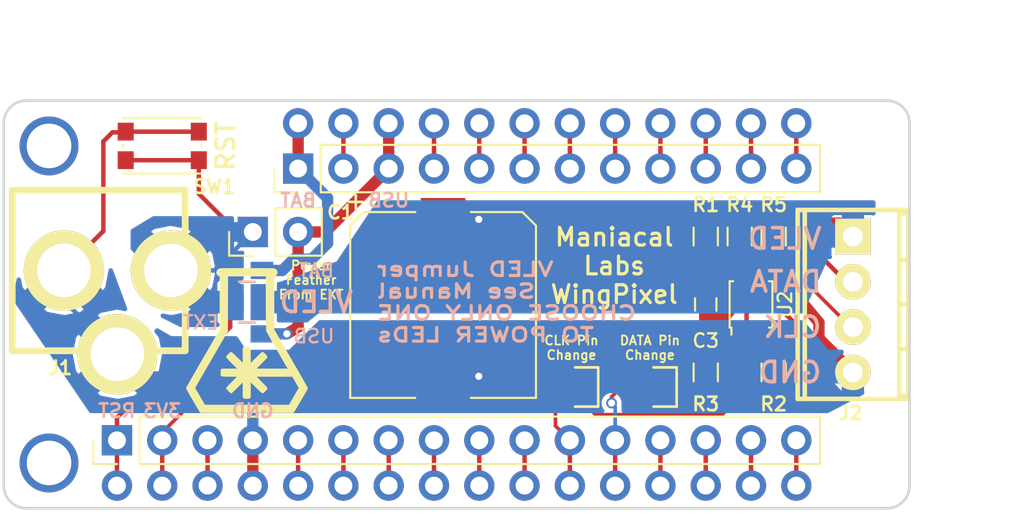
<source format=kicad_pcb>
(kicad_pcb (version 4) (host pcbnew 4.0.7)

  (general
    (links 64)
    (no_connects 0)
    (area 29.971429 22.800001 96.6 52.835)
    (thickness 1.6)
    (drawings 24)
    (tracks 157)
    (zones 0)
    (modules 23)
    (nets 36)
  )

  (page A4)
  (layers
    (0 F.Cu signal)
    (31 B.Cu signal)
    (32 B.Adhes user)
    (33 F.Adhes user)
    (34 B.Paste user)
    (35 F.Paste user)
    (36 B.SilkS user hide)
    (37 F.SilkS user)
    (38 B.Mask user)
    (39 F.Mask user)
    (40 Dwgs.User user)
    (41 Cmts.User user)
    (42 Eco1.User user)
    (43 Eco2.User user)
    (44 Edge.Cuts user)
    (45 Margin user)
    (46 B.CrtYd user)
    (47 F.CrtYd user hide)
    (48 B.Fab user)
    (49 F.Fab user hide)
  )

  (setup
    (last_trace_width 0.25)
    (user_trace_width 0.2032)
    (user_trace_width 0.635)
    (user_trace_width 1.27)
    (trace_clearance 0.2)
    (zone_clearance 0.254)
    (zone_45_only no)
    (trace_min 0.2)
    (segment_width 0.2)
    (edge_width 0.15)
    (via_size 0.6)
    (via_drill 0.4)
    (via_min_size 0.4)
    (via_min_drill 0.3)
    (uvia_size 0.3)
    (uvia_drill 0.1)
    (uvias_allowed no)
    (uvia_min_size 0.2)
    (uvia_min_drill 0.1)
    (pcb_text_width 0.3)
    (pcb_text_size 1.5 1.5)
    (mod_edge_width 0.15)
    (mod_text_size 1 1)
    (mod_text_width 0.15)
    (pad_size 3.302 3.302)
    (pad_drill 2.5)
    (pad_to_mask_clearance 0.2)
    (aux_axis_origin 0 0)
    (visible_elements 7FFEFF7F)
    (pcbplotparams
      (layerselection 0x010f0_80000001)
      (usegerberextensions false)
      (excludeedgelayer true)
      (linewidth 0.100000)
      (plotframeref false)
      (viasonmask false)
      (mode 1)
      (useauxorigin false)
      (hpglpennumber 1)
      (hpglpenspeed 20)
      (hpglpendiameter 15)
      (hpglpenoverlay 2)
      (psnegative false)
      (psa4output false)
      (plotreference true)
      (plotvalue true)
      (plotinvisibletext false)
      (padsonsilk false)
      (subtractmaskfromsilk false)
      (outputformat 1)
      (mirror false)
      (drillshape 0)
      (scaleselection 1)
      (outputdirectory gerber/))
  )

  (net 0 "")
  (net 1 "Net-(J3-Pad3)")
  (net 2 "Net-(J3-Pad5)")
  (net 3 "Net-(J3-Pad6)")
  (net 4 "Net-(J3-Pad7)")
  (net 5 "Net-(J3-Pad8)")
  (net 6 "Net-(J3-Pad9)")
  (net 7 "Net-(J3-Pad10)")
  (net 8 "Net-(J3-Pad13)")
  (net 9 "Net-(J3-Pad14)")
  (net 10 "Net-(J3-Pad15)")
  (net 11 "Net-(J3-Pad16)")
  (net 12 "Net-(J4-Pad2)")
  (net 13 "Net-(J4-Pad4)")
  (net 14 "Net-(J4-Pad5)")
  (net 15 "Net-(J4-Pad6)")
  (net 16 "Net-(J4-Pad7)")
  (net 17 "Net-(J4-Pad8)")
  (net 18 "Net-(J4-Pad9)")
  (net 19 "Net-(J4-Pad10)")
  (net 20 "Net-(J4-Pad11)")
  (net 21 "Net-(J4-Pad12)")
  (net 22 "Net-(C3-Pad2)")
  (net 23 GND)
  (net 24 V3v3)
  (net 25 VEXT)
  (net 26 DATA)
  (net 27 CLK)
  (net 28 RST)
  (net 29 SCLK)
  (net 30 MOSI)
  (net 31 VBATT)
  (net 32 VUSB)
  (net 33 VLED)
  (net 34 "Net-(J3-Pad11)")
  (net 35 "Net-(J3-Pad12)")

  (net_class Default "This is the default net class."
    (clearance 0.2)
    (trace_width 0.25)
    (via_dia 0.6)
    (via_drill 0.4)
    (uvia_dia 0.3)
    (uvia_drill 0.1)
    (add_net CLK)
    (add_net DATA)
    (add_net GND)
    (add_net MOSI)
    (add_net "Net-(C3-Pad2)")
    (add_net "Net-(J3-Pad10)")
    (add_net "Net-(J3-Pad11)")
    (add_net "Net-(J3-Pad12)")
    (add_net "Net-(J3-Pad13)")
    (add_net "Net-(J3-Pad14)")
    (add_net "Net-(J3-Pad15)")
    (add_net "Net-(J3-Pad16)")
    (add_net "Net-(J3-Pad3)")
    (add_net "Net-(J3-Pad5)")
    (add_net "Net-(J3-Pad6)")
    (add_net "Net-(J3-Pad7)")
    (add_net "Net-(J3-Pad8)")
    (add_net "Net-(J3-Pad9)")
    (add_net "Net-(J4-Pad10)")
    (add_net "Net-(J4-Pad11)")
    (add_net "Net-(J4-Pad12)")
    (add_net "Net-(J4-Pad2)")
    (add_net "Net-(J4-Pad4)")
    (add_net "Net-(J4-Pad5)")
    (add_net "Net-(J4-Pad6)")
    (add_net "Net-(J4-Pad7)")
    (add_net "Net-(J4-Pad8)")
    (add_net "Net-(J4-Pad9)")
    (add_net RST)
    (add_net SCLK)
    (add_net VBATT)
    (add_net VEXT)
    (add_net VLED)
    (add_net VUSB)
  )

  (net_class Logic ""
    (clearance 0.1238)
    (trace_width 0.25)
    (via_dia 0.6)
    (via_drill 0.4)
    (uvia_dia 0.3)
    (uvia_drill 0.1)
    (add_net V3v3)
  )

  (module APM_BarrelJack:ML_BARREL_JACK_ROUND_PADS_SHORT (layer F.Cu) (tedit 5AA84E7D) (tstamp 5A94B55A)
    (at 38.735 37.465)
    (descr "DC Barrel Jack")
    (tags "Power Jack")
    (path /5A8B71D9)
    (fp_text reference J1 (at 0 5.461) (layer F.SilkS)
      (effects (font (size 0.762 0.762) (thickness 0.1524)))
    )
    (fp_text value Barrel_Jack (at 0 -5.99948) (layer F.SilkS) hide
      (effects (font (size 1.016 1.016) (thickness 0.2032)))
    )
    (fp_line (start -2.7005 -4.50088) (end -2.7005 4.50088) (layer F.SilkS) (width 0.381))
    (fp_line (start -2.70062 4.50088) (end 7.00024 4.50088) (layer F.SilkS) (width 0.381))
    (fp_line (start 7.00024 4.50088) (end 7.00024 -4.50088) (layer F.SilkS) (width 0.381))
    (fp_line (start 7.00024 -4.50088) (end -2.70062 -4.50088) (layer F.SilkS) (width 0.381))
    (pad 1 thru_hole circle (at 6.20014 0) (size 4.5 4.5) (drill 2.99974) (layers *.Cu *.Mask F.SilkS)
      (net 25 VEXT))
    (pad 2 thru_hole circle (at 0.20066 0) (size 4.5 4.5) (drill 2.99974) (layers *.Cu *.Mask F.SilkS)
      (net 23 GND))
    (pad 3 thru_hole circle (at 3.2004 4.699) (size 4.5 4.5) (drill 2.99974) (layers *.Cu *.Mask F.SilkS)
      (net 23 GND))
  )

  (module w_conn_mpt:mpt_0,5%2f4-2,54 (layer F.Cu) (tedit 5AA84E3F) (tstamp 5A94B562)
    (at 83.185 39.37 90)
    (descr "4-way 2.54mm pitch terminal block, Phoenix MPT series")
    (path /5A94B046)
    (fp_text reference J2 (at -6.096 -0.127 360) (layer F.SilkS)
      (effects (font (size 0.762 0.762) (thickness 0.14986)))
    )
    (fp_text value Screw_Terminal_01x04 (at 0 4.50088 90) (layer F.SilkS) hide
      (effects (font (thickness 0.3048)))
    )
    (fp_line (start 5.30098 -3.0988) (end -5.30098 -3.0988) (layer F.SilkS) (width 0.254))
    (fp_line (start -5.30098 -2.70002) (end 5.30098 -2.70002) (layer F.SilkS) (width 0.254))
    (fp_line (start -5.30098 2.60096) (end 5.30098 2.60096) (layer F.SilkS) (width 0.254))
    (fp_line (start 5.30098 3.0988) (end -5.30098 3.0988) (layer F.SilkS) (width 0.254))
    (fp_line (start 2.49682 2.60096) (end 2.49682 3.0988) (layer F.SilkS) (width 0.254))
    (fp_line (start 0 2.60096) (end 0 3.0988) (layer F.SilkS) (width 0.254))
    (fp_line (start -5.09778 3.0988) (end -5.09778 2.60096) (layer F.SilkS) (width 0.254))
    (fp_line (start 5.10032 2.60096) (end 5.10032 3.0988) (layer F.SilkS) (width 0.254))
    (fp_line (start -2.49682 3.0988) (end -2.49682 2.60096) (layer F.SilkS) (width 0.254))
    (fp_line (start 5.29844 3.0988) (end 5.29844 -3.0988) (layer F.SilkS) (width 0.254))
    (fp_line (start -5.2959 -3.0988) (end -5.2959 3.0988) (layer F.SilkS) (width 0.254))
    (pad 4 thru_hole oval (at -3.81 0 90) (size 1.99898 1.99898) (drill 1.09728) (layers *.Cu *.Mask F.SilkS)
      (net 23 GND))
    (pad 1 thru_hole rect (at 3.81 0 90) (size 1.99898 1.99898) (drill 1.09728) (layers *.Cu *.Mask F.SilkS)
      (net 33 VLED))
    (pad 2 thru_hole oval (at 1.27 0 90) (size 1.99898 1.99898) (drill 1.09728) (layers *.Cu *.Mask F.SilkS)
      (net 26 DATA))
    (pad 3 thru_hole oval (at -1.27 0 90) (size 1.99898 1.99898) (drill 1.09728) (layers *.Cu *.Mask F.SilkS)
      (net 27 CLK))
    (model walter/conn_mpt/mpt_0,5-4-2,54.wrl
      (at (xyz 0 0 0))
      (scale (xyz 1 1 1))
      (rotate (xyz 0 0 0))
    )
  )

  (module Pin_Headers:Pin_Header_Straight_1x16_Pitch2.54mm (layer F.Cu) (tedit 5AA84D5B) (tstamp 5A94B576)
    (at 41.91 46.99 90)
    (descr "Through hole straight pin header, 1x16, 2.54mm pitch, single row")
    (tags "Through hole pin header THT 1x16 2.54mm single row")
    (path /5A94B5AA)
    (fp_text reference J3 (at 1.651 0.127 180) (layer F.SilkS) hide
      (effects (font (size 1 1) (thickness 0.15)))
    )
    (fp_text value Conn_01x16 (at 0 40.43 90) (layer F.Fab)
      (effects (font (size 1 1) (thickness 0.15)))
    )
    (fp_line (start -0.635 -1.27) (end 1.27 -1.27) (layer F.Fab) (width 0.1))
    (fp_line (start 1.27 -1.27) (end 1.27 39.37) (layer F.Fab) (width 0.1))
    (fp_line (start 1.27 39.37) (end -1.27 39.37) (layer F.Fab) (width 0.1))
    (fp_line (start -1.27 39.37) (end -1.27 -0.635) (layer F.Fab) (width 0.1))
    (fp_line (start -1.27 -0.635) (end -0.635 -1.27) (layer F.Fab) (width 0.1))
    (fp_line (start -1.33 39.43) (end 1.33 39.43) (layer F.SilkS) (width 0.12))
    (fp_line (start -1.33 1.27) (end -1.33 39.43) (layer F.SilkS) (width 0.12))
    (fp_line (start 1.33 1.27) (end 1.33 39.43) (layer F.SilkS) (width 0.12))
    (fp_line (start -1.33 1.27) (end 1.33 1.27) (layer F.SilkS) (width 0.12))
    (fp_line (start -1.33 0) (end -1.33 -1.33) (layer F.SilkS) (width 0.12))
    (fp_line (start -1.33 -1.33) (end 0 -1.33) (layer F.SilkS) (width 0.12))
    (fp_line (start -1.8 -1.8) (end -1.8 39.9) (layer F.CrtYd) (width 0.05))
    (fp_line (start -1.8 39.9) (end 1.8 39.9) (layer F.CrtYd) (width 0.05))
    (fp_line (start 1.8 39.9) (end 1.8 -1.8) (layer F.CrtYd) (width 0.05))
    (fp_line (start 1.8 -1.8) (end -1.8 -1.8) (layer F.CrtYd) (width 0.05))
    (fp_text user %R (at 0 19.05 180) (layer F.Fab)
      (effects (font (size 1 1) (thickness 0.15)))
    )
    (pad 1 thru_hole rect (at 0 0 90) (size 1.7 1.7) (drill 1) (layers *.Cu *.Mask)
      (net 28 RST))
    (pad 2 thru_hole oval (at 0 2.54 90) (size 1.7 1.7) (drill 1) (layers *.Cu *.Mask)
      (net 24 V3v3))
    (pad 3 thru_hole oval (at 0 5.08 90) (size 1.7 1.7) (drill 1) (layers *.Cu *.Mask)
      (net 1 "Net-(J3-Pad3)"))
    (pad 4 thru_hole oval (at 0 7.62 90) (size 1.7 1.7) (drill 1) (layers *.Cu *.Mask)
      (net 23 GND))
    (pad 5 thru_hole oval (at 0 10.16 90) (size 1.7 1.7) (drill 1) (layers *.Cu *.Mask)
      (net 2 "Net-(J3-Pad5)"))
    (pad 6 thru_hole oval (at 0 12.7 90) (size 1.7 1.7) (drill 1) (layers *.Cu *.Mask)
      (net 3 "Net-(J3-Pad6)"))
    (pad 7 thru_hole oval (at 0 15.24 90) (size 1.7 1.7) (drill 1) (layers *.Cu *.Mask)
      (net 4 "Net-(J3-Pad7)"))
    (pad 8 thru_hole oval (at 0 17.78 90) (size 1.7 1.7) (drill 1) (layers *.Cu *.Mask)
      (net 5 "Net-(J3-Pad8)"))
    (pad 9 thru_hole oval (at 0 20.32 90) (size 1.7 1.7) (drill 1) (layers *.Cu *.Mask)
      (net 6 "Net-(J3-Pad9)"))
    (pad 10 thru_hole oval (at 0 22.86 90) (size 1.7 1.7) (drill 1) (layers *.Cu *.Mask)
      (net 7 "Net-(J3-Pad10)"))
    (pad 11 thru_hole oval (at 0 25.4 90) (size 1.7 1.7) (drill 1) (layers *.Cu *.Mask)
      (net 34 "Net-(J3-Pad11)"))
    (pad 12 thru_hole oval (at 0 27.94 90) (size 1.7 1.7) (drill 1) (layers *.Cu *.Mask)
      (net 35 "Net-(J3-Pad12)"))
    (pad 13 thru_hole oval (at 0 30.48 90) (size 1.7 1.7) (drill 1) (layers *.Cu *.Mask)
      (net 8 "Net-(J3-Pad13)"))
    (pad 14 thru_hole oval (at 0 33.02 90) (size 1.7 1.7) (drill 1) (layers *.Cu *.Mask)
      (net 9 "Net-(J3-Pad14)"))
    (pad 15 thru_hole oval (at 0 35.56 90) (size 1.7 1.7) (drill 1) (layers *.Cu *.Mask)
      (net 10 "Net-(J3-Pad15)"))
    (pad 16 thru_hole oval (at 0 38.1 90) (size 1.7 1.7) (drill 1) (layers *.Cu *.Mask)
      (net 11 "Net-(J3-Pad16)"))
    (model ${KISYS3DMOD}/Pin_Headers.3dshapes/Pin_Header_Straight_1x16_Pitch2.54mm.wrl
      (at (xyz 0 0 0))
      (scale (xyz 1 1 1))
      (rotate (xyz 0 0 0))
    )
  )

  (module Pin_Headers:Pin_Header_Straight_1x12_Pitch2.54mm (layer F.Cu) (tedit 5AA84D52) (tstamp 5A94B586)
    (at 52.07 31.75 90)
    (descr "Through hole straight pin header, 1x12, 2.54mm pitch, single row")
    (tags "Through hole pin header THT 1x12 2.54mm single row")
    (path /5A94B4BA)
    (fp_text reference J4 (at 1.016 -1.905 90) (layer F.SilkS) hide
      (effects (font (size 1 1) (thickness 0.15)))
    )
    (fp_text value Conn_01x12 (at 0 30.27 90) (layer F.Fab)
      (effects (font (size 1 1) (thickness 0.15)))
    )
    (fp_line (start -0.635 -1.27) (end 1.27 -1.27) (layer F.Fab) (width 0.1))
    (fp_line (start 1.27 -1.27) (end 1.27 29.21) (layer F.Fab) (width 0.1))
    (fp_line (start 1.27 29.21) (end -1.27 29.21) (layer F.Fab) (width 0.1))
    (fp_line (start -1.27 29.21) (end -1.27 -0.635) (layer F.Fab) (width 0.1))
    (fp_line (start -1.27 -0.635) (end -0.635 -1.27) (layer F.Fab) (width 0.1))
    (fp_line (start -1.33 29.27) (end 1.33 29.27) (layer F.SilkS) (width 0.12))
    (fp_line (start -1.33 1.27) (end -1.33 29.27) (layer F.SilkS) (width 0.12))
    (fp_line (start 1.33 1.27) (end 1.33 29.27) (layer F.SilkS) (width 0.12))
    (fp_line (start -1.33 1.27) (end 1.33 1.27) (layer F.SilkS) (width 0.12))
    (fp_line (start -1.33 0) (end -1.33 -1.33) (layer F.SilkS) (width 0.12))
    (fp_line (start -1.33 -1.33) (end 0 -1.33) (layer F.SilkS) (width 0.12))
    (fp_line (start -1.8 -1.8) (end -1.8 29.75) (layer F.CrtYd) (width 0.05))
    (fp_line (start -1.8 29.75) (end 1.8 29.75) (layer F.CrtYd) (width 0.05))
    (fp_line (start 1.8 29.75) (end 1.8 -1.8) (layer F.CrtYd) (width 0.05))
    (fp_line (start 1.8 -1.8) (end -1.8 -1.8) (layer F.CrtYd) (width 0.05))
    (fp_text user %R (at 0 13.97 180) (layer F.Fab)
      (effects (font (size 1 1) (thickness 0.15)))
    )
    (pad 1 thru_hole rect (at 0 0 90) (size 1.7 1.7) (drill 1) (layers *.Cu *.Mask)
      (net 31 VBATT))
    (pad 2 thru_hole oval (at 0 2.54 90) (size 1.7 1.7) (drill 1) (layers *.Cu *.Mask)
      (net 12 "Net-(J4-Pad2)"))
    (pad 3 thru_hole oval (at 0 5.08 90) (size 1.7 1.7) (drill 1) (layers *.Cu *.Mask)
      (net 32 VUSB))
    (pad 4 thru_hole oval (at 0 7.62 90) (size 1.7 1.7) (drill 1) (layers *.Cu *.Mask)
      (net 13 "Net-(J4-Pad4)"))
    (pad 5 thru_hole oval (at 0 10.16 90) (size 1.7 1.7) (drill 1) (layers *.Cu *.Mask)
      (net 14 "Net-(J4-Pad5)"))
    (pad 6 thru_hole oval (at 0 12.7 90) (size 1.7 1.7) (drill 1) (layers *.Cu *.Mask)
      (net 15 "Net-(J4-Pad6)"))
    (pad 7 thru_hole oval (at 0 15.24 90) (size 1.7 1.7) (drill 1) (layers *.Cu *.Mask)
      (net 16 "Net-(J4-Pad7)"))
    (pad 8 thru_hole oval (at 0 17.78 90) (size 1.7 1.7) (drill 1) (layers *.Cu *.Mask)
      (net 17 "Net-(J4-Pad8)"))
    (pad 9 thru_hole oval (at 0 20.32 90) (size 1.7 1.7) (drill 1) (layers *.Cu *.Mask)
      (net 18 "Net-(J4-Pad9)"))
    (pad 10 thru_hole oval (at 0 22.86 90) (size 1.7 1.7) (drill 1) (layers *.Cu *.Mask)
      (net 19 "Net-(J4-Pad10)"))
    (pad 11 thru_hole oval (at 0 25.4 90) (size 1.7 1.7) (drill 1) (layers *.Cu *.Mask)
      (net 20 "Net-(J4-Pad11)"))
    (pad 12 thru_hole oval (at 0 27.94 90) (size 1.7 1.7) (drill 1) (layers *.Cu *.Mask)
      (net 21 "Net-(J4-Pad12)"))
    (model ${KISYS3DMOD}/Pin_Headers.3dshapes/Pin_Header_Straight_1x12_Pitch2.54mm.wrl
      (at (xyz 0 0 0))
      (scale (xyz 1 1 1))
      (rotate (xyz 0 0 0))
    )
  )

  (module Housings_SSOP:VSSOP-8_2.4x2.1mm_Pitch0.5mm (layer F.Cu) (tedit 5AA84E01) (tstamp 5A94B5B2)
    (at 77.47 39.37 90)
    (descr http://www.ti.com/lit/ml/mpds050d/mpds050d.pdf)
    (tags "VSSOP DCU R-PDSO-G8 Pitch0.5mm")
    (path /5A8B7C89)
    (attr smd)
    (fp_text reference U2 (at 0 1.905 90) (layer F.SilkS)
      (effects (font (size 0.762 0.762) (thickness 0.127)))
    )
    (fp_text value LSF0102DCUR (at 0 2.413 90) (layer F.Fab)
      (effects (font (size 1 1) (thickness 0.15)))
    )
    (fp_line (start -2.18 1.3) (end -2.18 -1.3) (layer F.CrtYd) (width 0.05))
    (fp_line (start 2.18 1.3) (end -2.18 1.3) (layer F.CrtYd) (width 0.05))
    (fp_line (start 2.18 -1.3) (end 2.18 1.3) (layer F.CrtYd) (width 0.05))
    (fp_line (start -2.18 -1.3) (end 2.18 -1.3) (layer F.CrtYd) (width 0.05))
    (fp_line (start -1.3 1.2) (end -1.3 1) (layer F.SilkS) (width 0.12))
    (fp_line (start -1.3 -1.1) (end -1.7 -1.1) (layer F.SilkS) (width 0.12))
    (fp_line (start -1.3 -1.2) (end -1.3 -1.1) (layer F.SilkS) (width 0.12))
    (fp_line (start 1.3 -1.2) (end -1.3 -1.2) (layer F.SilkS) (width 0.12))
    (fp_line (start 1.3 -1) (end 1.3 -1.2) (layer F.SilkS) (width 0.12))
    (fp_line (start 1.3 1.2) (end 1.3 1) (layer F.SilkS) (width 0.12))
    (fp_line (start -1.3 1.2) (end 1.3 1.2) (layer F.SilkS) (width 0.12))
    (fp_line (start -1.2 -0.7) (end -1.2 1.05) (layer F.Fab) (width 0.1))
    (fp_line (start -0.9 -1.05) (end -1.2 -0.7) (layer F.Fab) (width 0.1))
    (fp_line (start 1.2 -1.05) (end -0.9 -1.05) (layer F.Fab) (width 0.1))
    (fp_line (start 1.2 1.05) (end 1.2 -1.05) (layer F.Fab) (width 0.1))
    (fp_line (start -1.2 1.05) (end 1.2 1.05) (layer F.Fab) (width 0.1))
    (fp_text user %R (at 0 0 90) (layer F.Fab)
      (effects (font (size 0.5 0.5) (thickness 0.1)))
    )
    (pad 1 smd rect (at -1.55 -0.75 90) (size 0.75 0.25) (layers F.Cu F.Paste F.Mask)
      (net 23 GND))
    (pad 2 smd rect (at -1.55 -0.25 90) (size 0.75 0.25) (layers F.Cu F.Paste F.Mask)
      (net 24 V3v3))
    (pad 3 smd rect (at -1.55 0.25 90) (size 0.75 0.25) (layers F.Cu F.Paste F.Mask)
      (net 30 MOSI))
    (pad 4 smd rect (at -1.55 0.75 90) (size 0.75 0.25) (layers F.Cu F.Paste F.Mask)
      (net 29 SCLK))
    (pad 5 smd rect (at 1.55 0.75 90) (size 0.75 0.25) (layers F.Cu F.Paste F.Mask)
      (net 27 CLK))
    (pad 6 smd rect (at 1.55 0.25 90) (size 0.75 0.25) (layers F.Cu F.Paste F.Mask)
      (net 26 DATA))
    (pad 7 smd rect (at 1.55 -0.25 90) (size 0.75 0.25) (layers F.Cu F.Paste F.Mask)
      (net 22 "Net-(C3-Pad2)"))
    (pad 8 smd rect (at 1.55 -0.75 90) (size 0.75 0.25) (layers F.Cu F.Paste F.Mask)
      (net 22 "Net-(C3-Pad2)"))
    (model ${KISYS3DMOD}/Housings_SSOP.3dshapes/VSSOP-8_2.4x2.1mm_Pitch0.5mm.wrl
      (at (xyz 0 0 0))
      (scale (xyz 1 1 1))
      (rotate (xyz 0 0 0))
    )
  )

  (module Capacitors_SMD:C_0603 (layer F.Cu) (tedit 5AA84DD1) (tstamp 5A9AEA52)
    (at 74.93 39.37 90)
    (descr "Capacitor SMD 0603, reflow soldering, AVX (see smccp.pdf)")
    (tags "capacitor 0603")
    (path /5A9ADBBB)
    (attr smd)
    (fp_text reference C3 (at -2.032 0 180) (layer F.SilkS)
      (effects (font (size 0.762 0.762) (thickness 0.127)))
    )
    (fp_text value 1uF (at 0 1.5 90) (layer F.Fab)
      (effects (font (size 1 1) (thickness 0.15)))
    )
    (fp_line (start 1.4 0.65) (end -1.4 0.65) (layer F.CrtYd) (width 0.05))
    (fp_line (start 1.4 0.65) (end 1.4 -0.65) (layer F.CrtYd) (width 0.05))
    (fp_line (start -1.4 -0.65) (end -1.4 0.65) (layer F.CrtYd) (width 0.05))
    (fp_line (start -1.4 -0.65) (end 1.4 -0.65) (layer F.CrtYd) (width 0.05))
    (fp_line (start 0.35 0.6) (end -0.35 0.6) (layer F.SilkS) (width 0.12))
    (fp_line (start -0.35 -0.6) (end 0.35 -0.6) (layer F.SilkS) (width 0.12))
    (fp_line (start -0.8 -0.4) (end 0.8 -0.4) (layer F.Fab) (width 0.1))
    (fp_line (start 0.8 -0.4) (end 0.8 0.4) (layer F.Fab) (width 0.1))
    (fp_line (start 0.8 0.4) (end -0.8 0.4) (layer F.Fab) (width 0.1))
    (fp_line (start -0.8 0.4) (end -0.8 -0.4) (layer F.Fab) (width 0.1))
    (fp_text user %R (at 0 0 90) (layer F.Fab)
      (effects (font (size 0.3 0.3) (thickness 0.075)))
    )
    (pad 2 smd rect (at 0.75 0 90) (size 0.8 0.75) (layers F.Cu F.Paste F.Mask)
      (net 22 "Net-(C3-Pad2)"))
    (pad 1 smd rect (at -0.75 0 90) (size 0.8 0.75) (layers F.Cu F.Paste F.Mask)
      (net 23 GND))
    (model Capacitors_SMD.3dshapes/C_0603.wrl
      (at (xyz 0 0 0))
      (scale (xyz 1 1 1))
      (rotate (xyz 0 0 0))
    )
  )

  (module Resistors_SMD:R_0603 (layer F.Cu) (tedit 5AA84D9D) (tstamp 5A9AEA5F)
    (at 74.93 35.56 90)
    (descr "Resistor SMD 0603, reflow soldering, Vishay (see dcrcw.pdf)")
    (tags "resistor 0603")
    (path /5A9AD929)
    (attr smd)
    (fp_text reference R1 (at 1.778 0 180) (layer F.SilkS)
      (effects (font (size 0.762 0.762) (thickness 0.15)))
    )
    (fp_text value 200K (at 0 1.5 90) (layer F.Fab)
      (effects (font (size 1 1) (thickness 0.15)))
    )
    (fp_text user %R (at 0 0 90) (layer F.Fab)
      (effects (font (size 0.4 0.4) (thickness 0.075)))
    )
    (fp_line (start -0.8 0.4) (end -0.8 -0.4) (layer F.Fab) (width 0.1))
    (fp_line (start 0.8 0.4) (end -0.8 0.4) (layer F.Fab) (width 0.1))
    (fp_line (start 0.8 -0.4) (end 0.8 0.4) (layer F.Fab) (width 0.1))
    (fp_line (start -0.8 -0.4) (end 0.8 -0.4) (layer F.Fab) (width 0.1))
    (fp_line (start 0.5 0.68) (end -0.5 0.68) (layer F.SilkS) (width 0.12))
    (fp_line (start -0.5 -0.68) (end 0.5 -0.68) (layer F.SilkS) (width 0.12))
    (fp_line (start -1.25 -0.7) (end 1.25 -0.7) (layer F.CrtYd) (width 0.05))
    (fp_line (start -1.25 -0.7) (end -1.25 0.7) (layer F.CrtYd) (width 0.05))
    (fp_line (start 1.25 0.7) (end 1.25 -0.7) (layer F.CrtYd) (width 0.05))
    (fp_line (start 1.25 0.7) (end -1.25 0.7) (layer F.CrtYd) (width 0.05))
    (pad 1 smd rect (at -0.75 0 90) (size 0.5 0.9) (layers F.Cu F.Paste F.Mask)
      (net 22 "Net-(C3-Pad2)"))
    (pad 2 smd rect (at 0.75 0 90) (size 0.5 0.9) (layers F.Cu F.Paste F.Mask)
      (net 33 VLED))
    (model ${KISYS3DMOD}/Resistors_SMD.3dshapes/R_0603.wrl
      (at (xyz 0 0 0))
      (scale (xyz 1 1 1))
      (rotate (xyz 0 0 0))
    )
  )

  (module Resistors_SMD:R_0603 (layer F.Cu) (tedit 5AA84DF0) (tstamp 5A9AEA65)
    (at 78.74 43.18 270)
    (descr "Resistor SMD 0603, reflow soldering, Vishay (see dcrcw.pdf)")
    (tags "resistor 0603")
    (path /5A9AE396)
    (attr smd)
    (fp_text reference R2 (at 1.778 0 360) (layer F.SilkS)
      (effects (font (size 0.762 0.762) (thickness 0.15)))
    )
    (fp_text value 200 (at 0 1.5 270) (layer F.Fab)
      (effects (font (size 1 1) (thickness 0.15)))
    )
    (fp_text user %R (at 0 0 270) (layer F.Fab)
      (effects (font (size 0.4 0.4) (thickness 0.075)))
    )
    (fp_line (start -0.8 0.4) (end -0.8 -0.4) (layer F.Fab) (width 0.1))
    (fp_line (start 0.8 0.4) (end -0.8 0.4) (layer F.Fab) (width 0.1))
    (fp_line (start 0.8 -0.4) (end 0.8 0.4) (layer F.Fab) (width 0.1))
    (fp_line (start -0.8 -0.4) (end 0.8 -0.4) (layer F.Fab) (width 0.1))
    (fp_line (start 0.5 0.68) (end -0.5 0.68) (layer F.SilkS) (width 0.12))
    (fp_line (start -0.5 -0.68) (end 0.5 -0.68) (layer F.SilkS) (width 0.12))
    (fp_line (start -1.25 -0.7) (end 1.25 -0.7) (layer F.CrtYd) (width 0.05))
    (fp_line (start -1.25 -0.7) (end -1.25 0.7) (layer F.CrtYd) (width 0.05))
    (fp_line (start 1.25 0.7) (end 1.25 -0.7) (layer F.CrtYd) (width 0.05))
    (fp_line (start 1.25 0.7) (end -1.25 0.7) (layer F.CrtYd) (width 0.05))
    (pad 1 smd rect (at -0.75 0 270) (size 0.5 0.9) (layers F.Cu F.Paste F.Mask)
      (net 29 SCLK))
    (pad 2 smd rect (at 0.75 0 270) (size 0.5 0.9) (layers F.Cu F.Paste F.Mask)
      (net 24 V3v3))
    (model ${KISYS3DMOD}/Resistors_SMD.3dshapes/R_0603.wrl
      (at (xyz 0 0 0))
      (scale (xyz 1 1 1))
      (rotate (xyz 0 0 0))
    )
  )

  (module Resistors_SMD:R_0603 (layer F.Cu) (tedit 5AA84DE9) (tstamp 5A9AEA6B)
    (at 74.93 43.18 270)
    (descr "Resistor SMD 0603, reflow soldering, Vishay (see dcrcw.pdf)")
    (tags "resistor 0603")
    (path /5A9AE417)
    (attr smd)
    (fp_text reference R3 (at 1.778 0 360) (layer F.SilkS)
      (effects (font (size 0.762 0.762) (thickness 0.15)))
    )
    (fp_text value 200 (at 0 1.5 270) (layer F.Fab)
      (effects (font (size 1 1) (thickness 0.15)))
    )
    (fp_text user %R (at 0 0 270) (layer F.Fab)
      (effects (font (size 0.4 0.4) (thickness 0.075)))
    )
    (fp_line (start -0.8 0.4) (end -0.8 -0.4) (layer F.Fab) (width 0.1))
    (fp_line (start 0.8 0.4) (end -0.8 0.4) (layer F.Fab) (width 0.1))
    (fp_line (start 0.8 -0.4) (end 0.8 0.4) (layer F.Fab) (width 0.1))
    (fp_line (start -0.8 -0.4) (end 0.8 -0.4) (layer F.Fab) (width 0.1))
    (fp_line (start 0.5 0.68) (end -0.5 0.68) (layer F.SilkS) (width 0.12))
    (fp_line (start -0.5 -0.68) (end 0.5 -0.68) (layer F.SilkS) (width 0.12))
    (fp_line (start -1.25 -0.7) (end 1.25 -0.7) (layer F.CrtYd) (width 0.05))
    (fp_line (start -1.25 -0.7) (end -1.25 0.7) (layer F.CrtYd) (width 0.05))
    (fp_line (start 1.25 0.7) (end 1.25 -0.7) (layer F.CrtYd) (width 0.05))
    (fp_line (start 1.25 0.7) (end -1.25 0.7) (layer F.CrtYd) (width 0.05))
    (pad 1 smd rect (at -0.75 0 270) (size 0.5 0.9) (layers F.Cu F.Paste F.Mask)
      (net 24 V3v3))
    (pad 2 smd rect (at 0.75 0 270) (size 0.5 0.9) (layers F.Cu F.Paste F.Mask)
      (net 30 MOSI))
    (model ${KISYS3DMOD}/Resistors_SMD.3dshapes/R_0603.wrl
      (at (xyz 0 0 0))
      (scale (xyz 1 1 1))
      (rotate (xyz 0 0 0))
    )
  )

  (module Resistors_SMD:R_0603 (layer F.Cu) (tedit 5AA84DAB) (tstamp 5A9AEA71)
    (at 76.835 35.56 90)
    (descr "Resistor SMD 0603, reflow soldering, Vishay (see dcrcw.pdf)")
    (tags "resistor 0603")
    (path /5A9AE708)
    (attr smd)
    (fp_text reference R4 (at 1.778 0 180) (layer F.SilkS)
      (effects (font (size 0.762 0.762) (thickness 0.15)))
    )
    (fp_text value 330 (at 0 1.5 90) (layer F.Fab)
      (effects (font (size 1 1) (thickness 0.15)))
    )
    (fp_text user %R (at 0 0 90) (layer F.Fab)
      (effects (font (size 0.4 0.4) (thickness 0.075)))
    )
    (fp_line (start -0.8 0.4) (end -0.8 -0.4) (layer F.Fab) (width 0.1))
    (fp_line (start 0.8 0.4) (end -0.8 0.4) (layer F.Fab) (width 0.1))
    (fp_line (start 0.8 -0.4) (end 0.8 0.4) (layer F.Fab) (width 0.1))
    (fp_line (start -0.8 -0.4) (end 0.8 -0.4) (layer F.Fab) (width 0.1))
    (fp_line (start 0.5 0.68) (end -0.5 0.68) (layer F.SilkS) (width 0.12))
    (fp_line (start -0.5 -0.68) (end 0.5 -0.68) (layer F.SilkS) (width 0.12))
    (fp_line (start -1.25 -0.7) (end 1.25 -0.7) (layer F.CrtYd) (width 0.05))
    (fp_line (start -1.25 -0.7) (end -1.25 0.7) (layer F.CrtYd) (width 0.05))
    (fp_line (start 1.25 0.7) (end 1.25 -0.7) (layer F.CrtYd) (width 0.05))
    (fp_line (start 1.25 0.7) (end -1.25 0.7) (layer F.CrtYd) (width 0.05))
    (pad 1 smd rect (at -0.75 0 90) (size 0.5 0.9) (layers F.Cu F.Paste F.Mask)
      (net 26 DATA))
    (pad 2 smd rect (at 0.75 0 90) (size 0.5 0.9) (layers F.Cu F.Paste F.Mask)
      (net 33 VLED))
    (model ${KISYS3DMOD}/Resistors_SMD.3dshapes/R_0603.wrl
      (at (xyz 0 0 0))
      (scale (xyz 1 1 1))
      (rotate (xyz 0 0 0))
    )
  )

  (module Resistors_SMD:R_0603 (layer F.Cu) (tedit 5AA84DB6) (tstamp 5A9AEA77)
    (at 78.74 35.56 90)
    (descr "Resistor SMD 0603, reflow soldering, Vishay (see dcrcw.pdf)")
    (tags "resistor 0603")
    (path /5A9AE8D3)
    (attr smd)
    (fp_text reference R5 (at 1.778 0 180) (layer F.SilkS)
      (effects (font (size 0.762 0.762) (thickness 0.15)))
    )
    (fp_text value 330 (at 0 1.5 90) (layer F.Fab)
      (effects (font (size 1 1) (thickness 0.15)))
    )
    (fp_text user %R (at 0 0 90) (layer F.Fab)
      (effects (font (size 0.4 0.4) (thickness 0.075)))
    )
    (fp_line (start -0.8 0.4) (end -0.8 -0.4) (layer F.Fab) (width 0.1))
    (fp_line (start 0.8 0.4) (end -0.8 0.4) (layer F.Fab) (width 0.1))
    (fp_line (start 0.8 -0.4) (end 0.8 0.4) (layer F.Fab) (width 0.1))
    (fp_line (start -0.8 -0.4) (end 0.8 -0.4) (layer F.Fab) (width 0.1))
    (fp_line (start 0.5 0.68) (end -0.5 0.68) (layer F.SilkS) (width 0.12))
    (fp_line (start -0.5 -0.68) (end 0.5 -0.68) (layer F.SilkS) (width 0.12))
    (fp_line (start -1.25 -0.7) (end 1.25 -0.7) (layer F.CrtYd) (width 0.05))
    (fp_line (start -1.25 -0.7) (end -1.25 0.7) (layer F.CrtYd) (width 0.05))
    (fp_line (start 1.25 0.7) (end 1.25 -0.7) (layer F.CrtYd) (width 0.05))
    (fp_line (start 1.25 0.7) (end -1.25 0.7) (layer F.CrtYd) (width 0.05))
    (pad 1 smd rect (at -0.75 0 90) (size 0.5 0.9) (layers F.Cu F.Paste F.Mask)
      (net 27 CLK))
    (pad 2 smd rect (at 0.75 0 90) (size 0.5 0.9) (layers F.Cu F.Paste F.Mask)
      (net 33 VLED))
    (model ${KISYS3DMOD}/Resistors_SMD.3dshapes/R_0603.wrl
      (at (xyz 0 0 0))
      (scale (xyz 1 1 1))
      (rotate (xyz 0 0 0))
    )
  )

  (module Capacitors_SMD:CP_Elec_10x10 (layer F.Cu) (tedit 5B2FF8A2) (tstamp 5AA072A6)
    (at 60.2 39.4 270)
    (descr "SMT capacitor, aluminium electrolytic, 10x10")
    (path /5A94BFA1)
    (attr smd)
    (fp_text reference C1 (at -5.2 5.75 360) (layer F.SilkS)
      (effects (font (size 0.762 0.762) (thickness 0.15)))
    )
    (fp_text value 1000uf (at 0 -6.46 270) (layer F.Fab)
      (effects (font (size 1 1) (thickness 0.15)))
    )
    (fp_circle (center 0 0) (end 0.1 5) (layer F.Fab) (width 0.1))
    (fp_text user + (at -2.91 -0.08 270) (layer F.Fab)
      (effects (font (size 1 1) (thickness 0.15)))
    )
    (fp_text user + (at -5.78 4.97 270) (layer F.SilkS)
      (effects (font (size 1 1) (thickness 0.15)))
    )
    (fp_text user %R (at 0 6.46 270) (layer F.Fab)
      (effects (font (size 1 1) (thickness 0.15)))
    )
    (fp_line (start -5.21 -4.45) (end -5.21 -1.56) (layer F.SilkS) (width 0.12))
    (fp_line (start -5.21 4.45) (end -5.21 1.56) (layer F.SilkS) (width 0.12))
    (fp_line (start 5.21 5.21) (end 5.21 1.56) (layer F.SilkS) (width 0.12))
    (fp_line (start 5.21 -5.21) (end 5.21 -1.56) (layer F.SilkS) (width 0.12))
    (fp_line (start 5.05 5.05) (end 5.05 -5.05) (layer F.Fab) (width 0.1))
    (fp_line (start -4.38 5.05) (end 5.05 5.05) (layer F.Fab) (width 0.1))
    (fp_line (start -5.05 4.38) (end -4.38 5.05) (layer F.Fab) (width 0.1))
    (fp_line (start -5.05 -4.38) (end -5.05 4.38) (layer F.Fab) (width 0.1))
    (fp_line (start -4.38 -5.05) (end -5.05 -4.38) (layer F.Fab) (width 0.1))
    (fp_line (start 5.05 -5.05) (end -4.38 -5.05) (layer F.Fab) (width 0.1))
    (fp_line (start 5.21 5.21) (end -4.45 5.21) (layer F.SilkS) (width 0.12))
    (fp_line (start -4.45 5.21) (end -5.21 4.45) (layer F.SilkS) (width 0.12))
    (fp_line (start -5.21 -4.45) (end -4.45 -5.21) (layer F.SilkS) (width 0.12))
    (fp_line (start -4.45 -5.21) (end 5.21 -5.21) (layer F.SilkS) (width 0.12))
    (fp_line (start -6.25 -5.31) (end 6.25 -5.31) (layer F.CrtYd) (width 0.05))
    (fp_line (start -6.25 -5.31) (end -6.25 5.3) (layer F.CrtYd) (width 0.05))
    (fp_line (start 6.25 5.3) (end 6.25 -5.31) (layer F.CrtYd) (width 0.05))
    (fp_line (start 6.25 5.3) (end -6.25 5.3) (layer F.CrtYd) (width 0.05))
    (pad 1 smd rect (at -4 0 90) (size 4 2.5) (layers F.Cu F.Paste F.Mask)
      (net 33 VLED))
    (pad 2 smd rect (at 4 0 90) (size 4 2.5) (layers F.Cu F.Paste F.Mask)
      (net 23 GND))
    (model Capacitors_SMD.3dshapes/CP_Elec_10x10.wrl
      (at (xyz 0 0 0))
      (scale (xyz 1 1 1))
      (rotate (xyz 0 0 180))
    )
  )

  (module Buttons_Switches_SMD:SW_SPST_KMR2 (layer F.Cu) (tedit 5AA8511C) (tstamp 5AA077BA)
    (at 44.45 30.48 180)
    (descr "CK components KMR2 tactile switch http://www.ckswitches.com/media/1479/kmr2.pdf")
    (tags "tactile switch kmr2")
    (path /5AA0BC52)
    (attr smd)
    (fp_text reference SW1 (at -2.921 -2.286 180) (layer F.SilkS)
      (effects (font (size 0.762 0.762) (thickness 0.15)))
    )
    (fp_text value SW_Push (at 0 2.55 180) (layer F.Fab)
      (effects (font (size 1 1) (thickness 0.15)))
    )
    (fp_text user %R (at 0 0 180) (layer F.Fab)
      (effects (font (size 1 1) (thickness 0.15)))
    )
    (fp_line (start -2.1 -1.4) (end 2.1 -1.4) (layer F.Fab) (width 0.1))
    (fp_line (start 2.1 -1.4) (end 2.1 1.4) (layer F.Fab) (width 0.1))
    (fp_line (start 2.1 1.4) (end -2.1 1.4) (layer F.Fab) (width 0.1))
    (fp_line (start -2.1 1.4) (end -2.1 -1.4) (layer F.Fab) (width 0.1))
    (fp_line (start 2.2 0.05) (end 2.2 -0.05) (layer F.SilkS) (width 0.12))
    (fp_line (start -2.8 -1.8) (end 2.8 -1.8) (layer F.CrtYd) (width 0.05))
    (fp_line (start 2.8 -1.8) (end 2.8 1.8) (layer F.CrtYd) (width 0.05))
    (fp_line (start 2.8 1.8) (end -2.8 1.8) (layer F.CrtYd) (width 0.05))
    (fp_line (start -2.8 1.8) (end -2.8 -1.8) (layer F.CrtYd) (width 0.05))
    (fp_circle (center 0 0) (end 0 0.8) (layer F.Fab) (width 0.1))
    (fp_line (start -2.2 1.55) (end 2.2 1.55) (layer F.SilkS) (width 0.12))
    (fp_line (start 2.2 -1.55) (end -2.2 -1.55) (layer F.SilkS) (width 0.12))
    (fp_line (start -2.2 0.05) (end -2.2 -0.05) (layer F.SilkS) (width 0.12))
    (pad 1 smd rect (at -2.05 -0.8 180) (size 0.9 1) (layers F.Cu F.Paste F.Mask)
      (net 28 RST))
    (pad 2 smd rect (at -2.05 0.8 180) (size 0.9 1) (layers F.Cu F.Paste F.Mask)
      (net 23 GND))
    (pad 1 smd rect (at 2.05 -0.8 180) (size 0.9 1) (layers F.Cu F.Paste F.Mask)
      (net 28 RST))
    (pad 2 smd rect (at 2.05 0.8 180) (size 0.9 1) (layers F.Cu F.Paste F.Mask)
      (net 23 GND))
    (model ${KISYS3DMOD}/Buttons_Switches_SMD.3dshapes/SW_SPST_KMR2.wrl
      (at (xyz 0 0 0))
      (scale (xyz 1 1 1))
      (rotate (xyz 0 0 0))
    )
  )

  (module Pin_Headers:Pin_Header_Straight_1x02_Pitch2.54mm (layer F.Cu) (tedit 5AA84D88) (tstamp 5AA07879)
    (at 49.53 35.306 90)
    (descr "Through hole straight pin header, 1x02, 2.54mm pitch, single row")
    (tags "Through hole pin header THT 1x02 2.54mm single row")
    (path /5AA0B4C0)
    (fp_text reference J6 (at -0.127 -2.032 90) (layer F.SilkS) hide
      (effects (font (size 1 1) (thickness 0.15)))
    )
    (fp_text value Conn_01x02 (at 0 4.87 90) (layer F.Fab)
      (effects (font (size 1 1) (thickness 0.15)))
    )
    (fp_line (start -0.635 -1.27) (end 1.27 -1.27) (layer F.Fab) (width 0.1))
    (fp_line (start 1.27 -1.27) (end 1.27 3.81) (layer F.Fab) (width 0.1))
    (fp_line (start 1.27 3.81) (end -1.27 3.81) (layer F.Fab) (width 0.1))
    (fp_line (start -1.27 3.81) (end -1.27 -0.635) (layer F.Fab) (width 0.1))
    (fp_line (start -1.27 -0.635) (end -0.635 -1.27) (layer F.Fab) (width 0.1))
    (fp_line (start -1.33 3.87) (end 1.33 3.87) (layer F.SilkS) (width 0.12))
    (fp_line (start -1.33 1.27) (end -1.33 3.87) (layer F.SilkS) (width 0.12))
    (fp_line (start 1.33 1.27) (end 1.33 3.87) (layer F.SilkS) (width 0.12))
    (fp_line (start -1.33 1.27) (end 1.33 1.27) (layer F.SilkS) (width 0.12))
    (fp_line (start -1.33 0) (end -1.33 -1.33) (layer F.SilkS) (width 0.12))
    (fp_line (start -1.33 -1.33) (end 0 -1.33) (layer F.SilkS) (width 0.12))
    (fp_line (start -1.8 -1.8) (end -1.8 4.35) (layer F.CrtYd) (width 0.05))
    (fp_line (start -1.8 4.35) (end 1.8 4.35) (layer F.CrtYd) (width 0.05))
    (fp_line (start 1.8 4.35) (end 1.8 -1.8) (layer F.CrtYd) (width 0.05))
    (fp_line (start 1.8 -1.8) (end -1.8 -1.8) (layer F.CrtYd) (width 0.05))
    (fp_text user %R (at 0 1.27 180) (layer F.Fab)
      (effects (font (size 1 1) (thickness 0.15)))
    )
    (pad 1 thru_hole rect (at 0 0 90) (size 1.7 1.7) (drill 1) (layers *.Cu *.Mask)
      (net 25 VEXT))
    (pad 2 thru_hole oval (at 0 2.54 90) (size 1.7 1.7) (drill 1) (layers *.Cu *.Mask)
      (net 32 VUSB))
    (model ${KISYS3DMOD}/Pin_Headers.3dshapes/Pin_Header_Straight_1x02_Pitch2.54mm.wrl
      (at (xyz 0 0 0))
      (scale (xyz 1 1 1))
      (rotate (xyz 0 0 0))
    )
  )

  (module MountingHole:MountingHole_2.5mm_NoOutline (layer F.Cu) (tedit 5AA84CF4) (tstamp 5AA1BE81)
    (at 38.1 48.26)
    (descr "Mounting Hole 2.5mm, no annular")
    (tags "mounting hole 2.5mm no annular")
    (attr virtual)
    (fp_text reference REF** (at 0 -3.5) (layer F.SilkS) hide
      (effects (font (size 1 1) (thickness 0.15)))
    )
    (fp_text value MountingHole_2.5mm (at 0 3.5) (layer F.Fab)
      (effects (font (size 1 1) (thickness 0.15)))
    )
    (fp_text user %R (at 0 -2.286) (layer F.Fab)
      (effects (font (size 1 1) (thickness 0.15)))
    )
    (pad "" np_thru_hole circle (at 0 0) (size 3.302 3.302) (drill 2.5) (layers *.Cu *.Mask))
  )

  (module MountingHole:MountingHole_2.5mm_NoOutline (layer F.Cu) (tedit 5AA84CFE) (tstamp 5AA1BEC3)
    (at 38.1 30.48)
    (descr "Mounting Hole 2.5mm, no annular")
    (tags "mounting hole 2.5mm no annular")
    (attr virtual)
    (fp_text reference REF** (at 0 -3.5) (layer F.SilkS) hide
      (effects (font (size 1 1) (thickness 0.15)))
    )
    (fp_text value MountingHole_2.5mm (at 0 3.5) (layer F.Fab)
      (effects (font (size 1 1) (thickness 0.15)))
    )
    (fp_text user %R (at 0 -2.286) (layer F.Fab)
      (effects (font (size 1 1) (thickness 0.15)))
    )
    (pad "" np_thru_hole circle (at 0 0) (size 3.302 3.302) (drill 2.5) (layers *.Cu *.Mask))
  )

  (module MountingHole:MountingHole_2.5mm_NoOutline (layer F.Cu) (tedit 5AA1BEC1) (tstamp 5AA1BECF)
    (at 83.82 30.48)
    (descr "Mounting Hole 2.5mm, no annular")
    (tags "mounting hole 2.5mm no annular")
    (attr virtual)
    (fp_text reference REF** (at 0 -3.5) (layer F.SilkS) hide
      (effects (font (size 1 1) (thickness 0.15)))
    )
    (fp_text value MountingHole_2.5mm (at 0 3.5) (layer F.Fab)
      (effects (font (size 1 1) (thickness 0.15)))
    )
    (fp_text user %R (at 0 -2.286) (layer F.Fab)
      (effects (font (size 1 1) (thickness 0.15)))
    )
    (pad 1 np_thru_hole circle (at 0 0) (size 2.5 2.5) (drill 2.5) (layers *.Cu *.Mask))
  )

  (module MountingHole:MountingHole_2.5mm_NoOutline (layer F.Cu) (tedit 5AA1BEC6) (tstamp 5AA1BEDA)
    (at 83.82 48.26)
    (descr "Mounting Hole 2.5mm, no annular")
    (tags "mounting hole 2.5mm no annular")
    (attr virtual)
    (fp_text reference REF** (at 0 -3.5) (layer F.SilkS) hide
      (effects (font (size 1 1) (thickness 0.15)))
    )
    (fp_text value MountingHole_2.5mm (at 0 3.5) (layer F.Fab)
      (effects (font (size 1 1) (thickness 0.15)))
    )
    (fp_text user %R (at 0 -2.286) (layer F.Fab)
      (effects (font (size 1 1) (thickness 0.15)))
    )
    (pad 1 np_thru_hole circle (at 0 0) (size 2.5 2.5) (drill 2.5) (layers *.Cu *.Mask))
  )

  (module TriSelectSolderJumper:TriSelectSolderJumper_HighCurrent (layer B.Cu) (tedit 5AA851C9) (tstamp 5AA316E4)
    (at 50.038 39.243)
    (descr "3-pin solder bridge")
    (tags "solder bridge")
    (path /5AA09AD5)
    (attr smd)
    (fp_text reference J5 (at -3.81 0 90) (layer B.SilkS) hide
      (effects (font (size 1 1) (thickness 0.15)) (justify mirror))
    )
    (fp_text value TriSolderJumper (at 0 -5.08 180) (layer B.Fab)
      (effects (font (size 1 1) (thickness 0.15)) (justify mirror))
    )
    (fp_line (start -1.27 -1.143) (end -0.381 -1.143) (layer B.SilkS) (width 0.15))
    (fp_line (start -1.27 1.143) (end -0.381 1.143) (layer B.SilkS) (width 0.15))
    (pad 4 smd rect (at -1.651 0) (size 1.27 2.032) (layers B.Cu B.Paste B.Mask)
      (net 25 VEXT))
    (pad 1 smd rect (at 0 1.778) (size 1.27 0.97) (layers B.Cu B.Paste B.Mask)
      (net 32 VUSB))
    (pad 2 smd rect (at 0 0) (size 1.27 2.032) (layers B.Cu B.Paste B.Mask)
      (net 33 VLED))
    (pad 3 smd rect (at 0 -1.778) (size 1.27 0.97) (layers B.Cu B.Paste B.Mask)
      (net 31 VBATT))
  )

  (module LOGOS:logo_MLlabs_small (layer F.Cu) (tedit 0) (tstamp 5AA85941)
    (at 49.2 41.4)
    (fp_text reference G*** (at 0 0) (layer F.SilkS) hide
      (effects (font (thickness 0.3)))
    )
    (fp_text value LOGO (at 0.75 0) (layer F.SilkS) hide
      (effects (font (thickness 0.3)))
    )
    (fp_poly (pts (xy 0.280132 -4.064859) (xy 0.46933 -4.064296) (xy 0.651803 -4.063447) (xy 0.824802 -4.062307)
      (xy 0.98558 -4.060879) (xy 1.131388 -4.059163) (xy 1.259478 -4.057157) (xy 1.367101 -4.054863)
      (xy 1.451511 -4.052281) (xy 1.509958 -4.049409) (xy 1.539694 -4.046249) (xy 1.541045 -4.045899)
      (xy 1.61465 -4.010199) (xy 1.668272 -3.957046) (xy 1.701256 -3.892418) (xy 1.712948 -3.822294)
      (xy 1.702692 -3.752654) (xy 1.669833 -3.689475) (xy 1.613717 -3.638736) (xy 1.587218 -3.624447)
      (xy 1.524819 -3.595688) (xy 1.524409 -2.113859) (xy 1.524 -0.632031) (xy 1.951194 0.108641)
      (xy 2.041737 0.265615) (xy 2.144897 0.444444) (xy 2.257416 0.639483) (xy 2.376038 0.84509)
      (xy 2.497507 1.05562) (xy 2.618568 1.265429) (xy 2.735963 1.468874) (xy 2.846437 1.660312)
      (xy 2.895756 1.74577) (xy 2.984967 1.900722) (xy 3.069309 2.047946) (xy 3.147458 2.185082)
      (xy 3.218089 2.309771) (xy 3.279877 2.419652) (xy 3.331497 2.512365) (xy 3.371624 2.585552)
      (xy 3.398934 2.636852) (xy 3.412102 2.663905) (xy 3.413125 2.667254) (xy 3.405259 2.687854)
      (xy 3.382954 2.73233) (xy 3.348145 2.797359) (xy 3.302767 2.879615) (xy 3.248756 2.975774)
      (xy 3.188047 3.082511) (xy 3.122577 3.196503) (xy 3.054279 3.314423) (xy 2.985091 3.432948)
      (xy 2.916948 3.548754) (xy 2.851784 3.658515) (xy 2.791537 3.758906) (xy 2.738141 3.846605)
      (xy 2.693532 3.918285) (xy 2.659645 3.970622) (xy 2.638416 4.000292) (xy 2.634599 4.004468)
      (xy 2.587124 4.048125) (xy -2.587125 4.048125) (xy -2.6346 4.004468) (xy -2.651394 3.982746)
      (xy -2.681461 3.937288) (xy -2.722866 3.87142) (xy -2.773675 3.788466) (xy -2.83195 3.691753)
      (xy -2.895758 3.584605) (xy -2.963162 3.470346) (xy -3.032228 3.352303) (xy -3.101019 3.2338)
      (xy -3.1676 3.118163) (xy -3.230037 3.008717) (xy -3.286392 2.908786) (xy -3.334733 2.821695)
      (xy -3.373121 2.750771) (xy -3.399623 2.699338) (xy -3.412303 2.67072) (xy -3.413126 2.666933)
      (xy -3.406861 2.651738) (xy -2.908183 2.651738) (xy -2.633492 3.127681) (xy -2.358802 3.603625)
      (xy 2.358654 3.603625) (xy 2.633694 3.126873) (xy 2.908735 2.650121) (xy 2.800627 2.464091)
      (xy 2.752108 2.380084) (xy 2.701391 2.291405) (xy 2.654699 2.208982) (xy 2.620228 2.147315)
      (xy 2.547937 2.016567) (xy 0.532125 2.016125) (xy 0.827748 2.313781) (xy 0.907725 2.394852)
      (xy 0.980741 2.469905) (xy 1.043638 2.535609) (xy 1.093257 2.588634) (xy 1.12644 2.62565)
      (xy 1.139732 2.642697) (xy 1.147043 2.68023) (xy 1.134704 2.715316) (xy 1.109692 2.75107)
      (xy 1.069306 2.795828) (xy 1.020048 2.84377) (xy 0.96842 2.889074) (xy 0.920926 2.925919)
      (xy 0.884067 2.948484) (xy 0.86948 2.95275) (xy 0.847132 2.9422) (xy 0.805787 2.910232)
      (xy 0.744908 2.856363) (xy 0.66396 2.780114) (xy 0.562408 2.681002) (xy 0.52081 2.639741)
      (xy 0.206375 2.326732) (xy 0.206375 2.761522) (xy 0.206186 2.892308) (xy 0.20548 2.995011)
      (xy 0.204051 3.073296) (xy 0.201691 3.13083) (xy 0.198191 3.171276) (xy 0.193345 3.198301)
      (xy 0.186944 3.21557) (xy 0.180102 3.225343) (xy 0.163266 3.238829) (xy 0.137807 3.247459)
      (xy 0.097181 3.252237) (xy 0.034844 3.254165) (xy -0.009246 3.254375) (xy -0.082993 3.253988)
      (xy -0.131948 3.25182) (xy -0.163068 3.24636) (xy -0.18331 3.236094) (xy -0.19963 3.219512)
      (xy -0.205947 3.211627) (xy -0.216079 3.19762) (xy -0.223883 3.181895) (xy -0.229608 3.160501)
      (xy -0.233503 3.129484) (xy -0.235815 3.084892) (xy -0.236793 3.022771) (xy -0.236686 2.93917)
      (xy -0.235741 2.830136) (xy -0.23488 2.751238) (xy -0.233664 2.63983) (xy -0.232637 2.539621)
      (xy -0.231836 2.454754) (xy -0.2313 2.389372) (xy -0.231063 2.347619) (xy -0.231154 2.333611)
      (xy -0.242126 2.344389) (xy -0.272577 2.374776) (xy -0.319606 2.421863) (xy -0.380307 2.482739)
      (xy -0.451779 2.554496) (xy -0.531118 2.634225) (xy -0.532779 2.635894) (xy -0.614205 2.716741)
      (xy -0.690054 2.790133) (xy -0.75699 2.852994) (xy -0.811678 2.902247) (xy -0.850782 2.934816)
      (xy -0.870663 2.947556) (xy -0.891093 2.948152) (xy -0.915531 2.937567) (xy -0.948775 2.912398)
      (xy -0.995625 2.869244) (xy -1.033382 2.83219) (xy -1.095633 2.767657) (xy -1.135484 2.719575)
      (xy -1.155419 2.684681) (xy -1.158875 2.667521) (xy -1.153549 2.649558) (xy -1.136229 2.622344)
      (xy -1.10491 2.583608) (xy -1.057584 2.531079) (xy -0.992243 2.462484) (xy -0.90688 2.375551)
      (xy -0.853434 2.321867) (xy -0.547993 2.016125) (xy -0.975443 2.016125) (xy -1.114762 2.016235)
      (xy -1.225588 2.015593) (xy -1.311172 2.012739) (xy -1.374762 2.006213) (xy -1.419608 1.994556)
      (xy -1.44896 1.976308) (xy -1.466068 1.950009) (xy -1.47418 1.9142) (xy -1.476546 1.86742)
      (xy -1.476417 1.808211) (xy -1.476375 1.791107) (xy -1.476751 1.729737) (xy -1.475702 1.68098)
      (xy -1.469967 1.64339) (xy -1.456283 1.615522) (xy -1.431389 1.595933) (xy -1.392023 1.583178)
      (xy -1.334922 1.575811) (xy -1.256824 1.572388) (xy -1.154468 1.571465) (xy -1.024591 1.571596)
      (xy -0.980804 1.571625) (xy -0.548733 1.571625) (xy -0.861742 1.257189) (xy -0.951102 1.166371)
      (xy -1.028596 1.085517) (xy -1.091949 1.017128) (xy -1.138886 0.963706) (xy -1.167132 0.927753)
      (xy -1.17475 0.91299) (xy -1.163254 0.886392) (xy -1.132729 0.845976) (xy -1.089124 0.797523)
      (xy -1.038387 0.746817) (xy -0.986466 0.699641) (xy -0.93931 0.661778) (xy -0.902866 0.63901)
      (xy -0.888823 0.635) (xy -0.869893 0.641738) (xy -0.838933 0.663065) (xy -0.794064 0.700648)
      (xy -0.73341 0.756153) (xy -0.655092 0.831247) (xy -0.557233 0.927597) (xy -0.540655 0.944083)
      (xy -0.230188 1.253166) (xy -0.234866 0.828775) (xy -0.236547 0.690249) (xy -0.237206 0.580203)
      (xy -0.235349 0.495374) (xy -0.229485 0.432496) (xy -0.218121 0.388302) (xy -0.199764 0.359528)
      (xy -0.172922 0.342909) (xy -0.136103 0.335179) (xy -0.087814 0.333073) (xy -0.026564 0.333325)
      (xy -0.008454 0.333375) (xy 0.071777 0.334496) (xy 0.126137 0.338371) (xy 0.160445 0.345763)
      (xy 0.180519 0.357438) (xy 0.181428 0.358321) (xy 0.188921 0.369469) (xy 0.19478 0.38854)
      (xy 0.199198 0.419092) (xy 0.202365 0.464686) (xy 0.204473 0.528878) (xy 0.205714 0.61523)
      (xy 0.206279 0.727298) (xy 0.206375 0.822142) (xy 0.206375 1.261017) (xy 0.52081 0.948008)
      (xy 0.624977 0.84524) (xy 0.709018 0.764457) (xy 0.774393 0.704357) (xy 0.822558 0.663639)
      (xy 0.854973 0.641001) (xy 0.871435 0.635) (xy 0.90364 0.64705) (xy 0.951929 0.681515)
      (xy 1.011031 0.734218) (xy 1.077277 0.800807) (xy 1.120369 0.852289) (xy 1.142644 0.892492)
      (xy 1.146437 0.925242) (xy 1.139732 0.945052) (xy 1.124448 0.964412) (xy 1.089823 1.002842)
      (xy 1.039016 1.057013) (xy 0.975186 1.123594) (xy 0.901491 1.199256) (xy 0.827748 1.273968)
      (xy 0.532125 1.571625) (xy 2.288589 1.571625) (xy 2.257294 1.520031) (xy 2.222471 1.461823)
      (xy 2.176078 1.383049) (xy 2.119623 1.286349) (xy 2.054614 1.174365) (xy 1.982559 1.049736)
      (xy 1.904966 0.915105) (xy 1.823344 0.773113) (xy 1.739201 0.6264) (xy 1.654044 0.477608)
      (xy 1.569382 0.329378) (xy 1.486723 0.184351) (xy 1.407576 0.045167) (xy 1.333448 -0.085532)
      (xy 1.265847 -0.205104) (xy 1.206282 -0.31091) (xy 1.15626 -0.400307) (xy 1.117291 -0.470655)
      (xy 1.090882 -0.519312) (xy 1.07854 -0.543639) (xy 1.077896 -0.545341) (xy 1.075786 -0.56837)
      (xy 1.073779 -0.620989) (xy 1.071895 -0.701038) (xy 1.070154 -0.806357) (xy 1.068575 -0.934788)
      (xy 1.067179 -1.08417) (xy 1.065985 -1.252344) (xy 1.065013 -1.43715) (xy 1.064282 -1.636427)
      (xy 1.063814 -1.848017) (xy 1.063627 -2.06976) (xy 1.063625 -2.099364) (xy 1.063625 -3.603625)
      (xy -1.063011 -3.603625) (xy -1.071563 -0.531813) (xy -1.415271 0.0635) (xy -1.504982 0.218868)
      (xy -1.604527 0.391244) (xy -1.709479 0.572961) (xy -1.81541 0.756356) (xy -1.917894 0.933764)
      (xy -2.012504 1.097521) (xy -2.08006 1.214437) (xy -2.225644 1.466399) (xy -2.357143 1.69405)
      (xy -2.474336 1.89701) (xy -2.577005 2.074897) (xy -2.664929 2.227331) (xy -2.73789 2.353931)
      (xy -2.795668 2.454316) (xy -2.838043 2.528107) (xy -2.864795 2.574921) (xy -2.869919 2.583962)
      (xy -2.908183 2.651738) (xy -3.406861 2.651738) (xy -3.405407 2.648214) (xy -3.383339 2.60501)
      (xy -3.348556 2.540273) (xy -3.302689 2.456953) (xy -3.247372 2.357999) (xy -3.184237 2.246362)
      (xy -3.114917 2.124993) (xy -3.070081 2.047074) (xy -2.983993 1.89789) (xy -2.891116 1.736959)
      (xy -2.795258 1.570876) (xy -2.700224 1.406236) (xy -2.609821 1.249633) (xy -2.527855 1.107663)
      (xy -2.461177 0.992187) (xy -2.389938 0.868821) (xy -2.306741 0.724738) (xy -2.2155 0.566716)
      (xy -2.12013 0.401537) (xy -2.024545 0.235979) (xy -1.932659 0.076823) (xy -1.859659 -0.049628)
      (xy -1.524 -0.631069) (xy -1.52441 -2.113378) (xy -1.52482 -3.595688) (xy -1.587219 -3.624447)
      (xy -1.652017 -3.669134) (xy -1.693317 -3.728451) (xy -1.711775 -3.796419) (xy -1.708045 -3.867059)
      (xy -1.682782 -3.934394) (xy -1.636642 -3.992443) (xy -1.570279 -4.035229) (xy -1.541046 -4.045899)
      (xy -1.514499 -4.04909) (xy -1.458952 -4.051991) (xy -1.377153 -4.054604) (xy -1.271849 -4.056929)
      (xy -1.145789 -4.058965) (xy -1.001721 -4.060712) (xy -0.842394 -4.06217) (xy -0.670554 -4.06334)
      (xy -0.488951 -4.06422) (xy -0.300333 -4.064813) (xy -0.107448 -4.065117) (xy 0.086957 -4.065132)
      (xy 0.280132 -4.064859)) (layer F.SilkS) (width 0.01))
  )

  (module FeatherWing:FeatherWing_NoOutline (layer F.Cu) (tedit 5B26F9B6) (tstamp 5AA84EAC)
    (at 60.96 39.37)
    (path /5A8B7115)
    (fp_text reference U1 (at 0 0) (layer F.SilkS) hide
      (effects (font (size 1 1) (thickness 0.15)))
    )
    (fp_text value WingPixel (at 0 -12.7) (layer F.Fab)
      (effects (font (size 1 1) (thickness 0.15)))
    )
    (fp_text user BAT (at -8.89 -5.842 180) (layer B.SilkS)
      (effects (font (size 0.762 0.762) (thickness 0.15)) (justify mirror))
    )
    (fp_text user EN (at -6.35 -5.08 90) (layer B.SilkS) hide
      (effects (font (size 1 1) (thickness 0.15)) (justify mirror))
    )
    (fp_text user USB (at -3.81 -5.842 180) (layer B.SilkS)
      (effects (font (size 0.762 0.762) (thickness 0.15)) (justify mirror))
    )
    (fp_text user P25 (at -1.27 -5.08 90) (layer B.SilkS) hide
      (effects (font (size 1 1) (thickness 0.15)) (justify mirror))
    )
    (fp_text user P24 (at 1.27 -5.08 90) (layer B.SilkS) hide
      (effects (font (size 1 1) (thickness 0.15)) (justify mirror))
    )
    (fp_text user P23 (at 3.81 -5.08 90) (layer B.SilkS) hide
      (effects (font (size 1 1) (thickness 0.15)) (justify mirror))
    )
    (fp_text user P22 (at 6.35 -5.08 90) (layer B.SilkS) hide
      (effects (font (size 1 1) (thickness 0.15)) (justify mirror))
    )
    (fp_text user P21 (at 8.89 -5.08 90) (layer B.SilkS) hide
      (effects (font (size 1 1) (thickness 0.15)) (justify mirror))
    )
    (fp_text user P20 (at 11.43 -5.08 90) (layer B.SilkS) hide
      (effects (font (size 1 1) (thickness 0.15)) (justify mirror))
    )
    (fp_text user P19 (at 13.97 -5.08 90) (layer B.SilkS) hide
      (effects (font (size 1 1) (thickness 0.15)) (justify mirror))
    )
    (fp_text user P18 (at 16.51 -5.08 90) (layer B.SilkS) hide
      (effects (font (size 1 1) (thickness 0.15)) (justify mirror))
    )
    (fp_text user P17 (at 19.05 -5.08 90) (layer B.SilkS) hide
      (effects (font (size 1 1) (thickness 0.15)) (justify mirror))
    )
    (fp_text user P16 (at 19.05 5.08 90) (layer B.SilkS) hide
      (effects (font (size 1 1) (thickness 0.15)) (justify mirror))
    )
    (fp_text user P15 (at 16.51 5.08 90) (layer B.SilkS) hide
      (effects (font (size 1 1) (thickness 0.15)) (justify mirror))
    )
    (fp_text user P14 (at 13.97 5.08 90) (layer B.SilkS) hide
      (effects (font (size 1 1) (thickness 0.15)) (justify mirror))
    )
    (fp_text user P13 (at 11.43 5.08 90) (layer B.SilkS) hide
      (effects (font (size 1 1) (thickness 0.15)) (justify mirror))
    )
    (fp_text user MOSI (at 8.89 5.08 90) (layer B.SilkS) hide
      (effects (font (size 1 0.8128) (thickness 0.15)) (justify mirror))
    )
    (fp_text user SCK (at 6.35 5.08 90) (layer B.SilkS) hide
      (effects (font (size 1 1) (thickness 0.15)) (justify mirror))
    )
    (fp_text user P10 (at 3.81 5.08 90) (layer B.SilkS) hide
      (effects (font (size 1 1) (thickness 0.15)) (justify mirror))
    )
    (fp_text user P9 (at 1.27 5.08 90) (layer B.SilkS) hide
      (effects (font (size 1 1) (thickness 0.15)) (justify mirror))
    )
    (fp_text user P8 (at -1.27 5.08 90) (layer B.SilkS) hide
      (effects (font (size 1 1) (thickness 0.15)) (justify mirror))
    )
    (fp_text user P7 (at -3.81 5.08 90) (layer B.SilkS) hide
      (effects (font (size 1 1) (thickness 0.15)) (justify mirror))
    )
    (fp_text user P6 (at -6.35 5.08 90) (layer B.SilkS) hide
      (effects (font (size 1 1) (thickness 0.15)) (justify mirror))
    )
    (fp_text user P5 (at -8.89 5.08 90) (layer B.SilkS) hide
      (effects (font (size 1 1) (thickness 0.15)) (justify mirror))
    )
    (fp_text user GND (at -11.43 5.969 180) (layer B.SilkS)
      (effects (font (size 0.762 0.762) (thickness 0.15)) (justify mirror))
    )
    (fp_text user P3 (at -13.97 5.08 90) (layer B.SilkS) hide
      (effects (font (size 1 1) (thickness 0.15)) (justify mirror))
    )
    (fp_text user 3V3 (at -16.51 5.969 180) (layer B.SilkS)
      (effects (font (size 0.762 0.762) (thickness 0.15)) (justify mirror))
    )
    (fp_text user RST (at -19.05 5.969 180) (layer B.SilkS)
      (effects (font (size 0.762 0.762) (thickness 0.15)) (justify mirror))
    )
    (fp_line (start 25.4 -10.16) (end 25.4 10.16) (layer Dwgs.User) (width 0.15))
    (fp_line (start -24.13 -11.43) (end 24.13 -11.43) (layer Dwgs.User) (width 0.15))
    (fp_line (start -25.4 10.16) (end -25.4 -10.16) (layer Dwgs.User) (width 0.15))
    (fp_line (start 24.13 11.43) (end -24.13 11.43) (layer Dwgs.User) (width 0.15))
    (fp_arc (start -24.13 -10.16) (end -25.4 -10.16) (angle 90) (layer Dwgs.User) (width 0.15))
    (fp_arc (start -24.13 10.16) (end -24.13 11.43) (angle 90) (layer Dwgs.User) (width 0.15))
    (fp_arc (start 24.13 10.16) (end 25.4 10.16) (angle 90) (layer Dwgs.User) (width 0.15))
    (fp_arc (start 24.13 -10.16) (end 24.13 -11.43) (angle 90) (layer Dwgs.User) (width 0.15))
    (fp_circle (center 22.86 8.89) (end 21.59 8.89) (layer Dwgs.User) (width 0.15))
    (fp_circle (center 22.86 -8.89) (end 21.59 -8.89) (layer Dwgs.User) (width 0.15))
    (fp_circle (center -22.86 -8.89) (end -21.59 -8.89) (layer Dwgs.User) (width 0.15))
    (fp_circle (center -22.86 8.89) (end -21.59 8.89) (layer Dwgs.User) (width 0.15))
    (pad 1 thru_hole circle (at -19.05 10.16) (size 1.7 1.7) (drill 1) (layers *.Cu *.Mask)
      (net 28 RST))
    (pad 2 thru_hole circle (at -16.51 10.16) (size 1.7 1.7) (drill 1) (layers *.Cu *.Mask)
      (net 24 V3v3))
    (pad 3 thru_hole circle (at -13.97 10.16) (size 1.7 1.7) (drill 1) (layers *.Cu *.Mask)
      (net 1 "Net-(J3-Pad3)"))
    (pad 4 thru_hole circle (at -11.43 10.16) (size 1.7 1.7) (drill 1) (layers *.Cu *.Mask)
      (net 23 GND))
    (pad 5 thru_hole circle (at -8.89 10.16) (size 1.7 1.7) (drill 1) (layers *.Cu *.Mask)
      (net 2 "Net-(J3-Pad5)"))
    (pad 6 thru_hole circle (at -6.35 10.16) (size 1.7 1.7) (drill 1) (layers *.Cu *.Mask)
      (net 3 "Net-(J3-Pad6)"))
    (pad 7 thru_hole circle (at -3.81 10.16) (size 1.7 1.7) (drill 1) (layers *.Cu *.Mask)
      (net 4 "Net-(J3-Pad7)"))
    (pad 8 thru_hole circle (at -1.27 10.16) (size 1.7 1.7) (drill 1) (layers *.Cu *.Mask)
      (net 5 "Net-(J3-Pad8)"))
    (pad 9 thru_hole circle (at 1.27 10.16) (size 1.7 1.7) (drill 1) (layers *.Cu *.Mask)
      (net 6 "Net-(J3-Pad9)"))
    (pad 10 thru_hole circle (at 3.81 10.16) (size 1.7 1.7) (drill 1) (layers *.Cu *.Mask)
      (net 7 "Net-(J3-Pad10)"))
    (pad 11 thru_hole circle (at 6.35 10.16) (size 1.7 1.7) (drill 1) (layers *.Cu *.Mask)
      (net 34 "Net-(J3-Pad11)"))
    (pad 12 thru_hole circle (at 8.89 10.16) (size 1.7 1.7) (drill 1) (layers *.Cu *.Mask)
      (net 35 "Net-(J3-Pad12)"))
    (pad 13 thru_hole circle (at 11.43 10.16) (size 1.7 1.7) (drill 1) (layers *.Cu *.Mask)
      (net 8 "Net-(J3-Pad13)"))
    (pad 14 thru_hole circle (at 13.97 10.16) (size 1.7 1.7) (drill 1) (layers *.Cu *.Mask)
      (net 9 "Net-(J3-Pad14)"))
    (pad 15 thru_hole circle (at 16.51 10.16) (size 1.7 1.7) (drill 1) (layers *.Cu *.Mask)
      (net 10 "Net-(J3-Pad15)"))
    (pad 16 thru_hole circle (at 19.05 10.16) (size 1.7 1.7) (drill 1) (layers *.Cu *.Mask)
      (net 11 "Net-(J3-Pad16)"))
    (pad 17 thru_hole circle (at 19.05 -10.16) (size 1.7 1.7) (drill 1) (layers *.Cu *.Mask)
      (net 21 "Net-(J4-Pad12)"))
    (pad 18 thru_hole circle (at 16.51 -10.16) (size 1.7 1.7) (drill 1) (layers *.Cu *.Mask)
      (net 20 "Net-(J4-Pad11)"))
    (pad 19 thru_hole circle (at 13.97 -10.16) (size 1.7 1.7) (drill 1) (layers *.Cu *.Mask)
      (net 19 "Net-(J4-Pad10)"))
    (pad 20 thru_hole circle (at 11.43 -10.16) (size 1.7 1.7) (drill 1) (layers *.Cu *.Mask)
      (net 18 "Net-(J4-Pad9)"))
    (pad 21 thru_hole circle (at 8.89 -10.16) (size 1.7 1.7) (drill 1) (layers *.Cu *.Mask)
      (net 17 "Net-(J4-Pad8)"))
    (pad 22 thru_hole circle (at 6.35 -10.16) (size 1.7 1.7) (drill 1) (layers *.Cu *.Mask)
      (net 16 "Net-(J4-Pad7)"))
    (pad 23 thru_hole circle (at 3.81 -10.16) (size 1.7 1.7) (drill 1) (layers *.Cu *.Mask)
      (net 15 "Net-(J4-Pad6)"))
    (pad 24 thru_hole circle (at 1.27 -10.16) (size 1.7 1.7) (drill 1) (layers *.Cu *.Mask)
      (net 14 "Net-(J4-Pad5)"))
    (pad 25 thru_hole circle (at -1.27 -10.16) (size 1.7 1.7) (drill 1) (layers *.Cu *.Mask)
      (net 13 "Net-(J4-Pad4)"))
    (pad 26 thru_hole circle (at -3.81 -10.16) (size 1.7 1.7) (drill 1) (layers *.Cu *.Mask)
      (net 32 VUSB))
    (pad 27 thru_hole circle (at -6.35 -10.16) (size 1.7 1.7) (drill 1) (layers *.Cu *.Mask)
      (net 12 "Net-(J4-Pad2)"))
    (pad 28 thru_hole circle (at -8.89 -10.16) (size 1.7 1.7) (drill 1) (layers *.Cu *.Mask)
      (net 31 VBATT))
  )

  (module ML_CutTrace:2-PinCutTrace (layer F.Cu) (tedit 5B2FF3A3) (tstamp 5B2FED70)
    (at 71.4 44 270)
    (descr "2-pin solder bridge")
    (tags "solder bridge")
    (path /5B26FAFC)
    (attr smd)
    (fp_text reference J8 (at 1.9 -0.2 360) (layer F.SilkS) hide
      (effects (font (size 1 1) (thickness 0.15)))
    )
    (fp_text value GS2 (at -1.8 0 360) (layer F.Fab)
      (effects (font (size 1 1) (thickness 0.15)))
    )
    (fp_line (start -1.1 -1.9) (end -1.1 -0.6) (layer F.SilkS) (width 0.15))
    (fp_line (start -1.1 -1.9) (end 1.1 -1.9) (layer F.SilkS) (width 0.15))
    (fp_line (start 1.1 -1.9) (end 1.1 -0.6) (layer F.SilkS) (width 0.15))
    (pad 2 smd rect (at 0 0.5 270) (size 1.5 1) (layers F.Cu F.Paste F.Mask)
      (net 35 "Net-(J3-Pad12)"))
    (pad 1 smd rect (at 0 -1.1 270) (size 1.5 1) (layers F.Cu F.Paste F.Mask)
      (net 30 MOSI))
    (pad "" smd rect (at 0 -0.3 270) (size 0.2 0.7) (layers F.Cu F.Paste F.Mask)
      (clearance 0.01))
  )

  (module ML_CutTrace:2-PinCutTrace (layer F.Cu) (tedit 5B2FF3A3) (tstamp 5B2FED66)
    (at 67 44 270)
    (descr "2-pin solder bridge")
    (tags "solder bridge")
    (path /5B26FA07)
    (attr smd)
    (fp_text reference J7 (at 1.9 -0.2 360) (layer F.SilkS) hide
      (effects (font (size 1 1) (thickness 0.15)))
    )
    (fp_text value GS2 (at -1.8 0 360) (layer F.Fab)
      (effects (font (size 1 1) (thickness 0.15)))
    )
    (fp_line (start -1.1 -1.9) (end -1.1 -0.6) (layer F.SilkS) (width 0.15))
    (fp_line (start -1.1 -1.9) (end 1.1 -1.9) (layer F.SilkS) (width 0.15))
    (fp_line (start 1.1 -1.9) (end 1.1 -0.6) (layer F.SilkS) (width 0.15))
    (pad 2 smd rect (at 0 0.5 270) (size 1.5 1) (layers F.Cu F.Paste F.Mask)
      (net 34 "Net-(J3-Pad11)"))
    (pad 1 smd rect (at 0 -1.1 270) (size 1.5 1) (layers F.Cu F.Paste F.Mask)
      (net 29 SCLK))
    (pad "" smd rect (at 0 -0.3 270) (size 0.2 0.7) (layers F.Cu F.Paste F.Mask)
      (clearance 0.01))
  )

  (dimension 23.25 (width 0.3) (layer Cmts.User)
    (gr_text "23.250 mm" (at 90.1 39.375 270) (layer Cmts.User)
      (effects (font (size 1.5 1.5) (thickness 0.3)))
    )
    (feature1 (pts (xy 84.75 51) (xy 91.45 51)))
    (feature2 (pts (xy 84.75 27.75) (xy 91.45 27.75)))
    (crossbar (pts (xy 88.75 27.75) (xy 88.75 51)))
    (arrow1a (pts (xy 88.75 51) (xy 88.163579 49.873496)))
    (arrow1b (pts (xy 88.75 51) (xy 89.336421 49.873496)))
    (arrow2a (pts (xy 88.75 27.75) (xy 88.163579 28.876504)))
    (arrow2b (pts (xy 88.75 27.75) (xy 89.336421 28.876504)))
  )
  (dimension 51 (width 0.3) (layer Cmts.User)
    (gr_text "51.000 mm" (at 61 24.150001) (layer Cmts.User)
      (effects (font (size 1.5 1.5) (thickness 0.3)))
    )
    (feature1 (pts (xy 35.5 29.5) (xy 35.5 22.800001)))
    (feature2 (pts (xy 86.5 29.5) (xy 86.5 22.800001)))
    (crossbar (pts (xy 86.5 25.500001) (xy 35.5 25.500001)))
    (arrow1a (pts (xy 35.5 25.500001) (xy 36.626504 24.91358)))
    (arrow1b (pts (xy 35.5 25.500001) (xy 36.626504 26.086422)))
    (arrow2a (pts (xy 86.5 25.500001) (xy 85.373496 24.91358)))
    (arrow2b (pts (xy 86.5 25.500001) (xy 85.373496 26.086422)))
  )
  (gr_text "DATA Pin\nChange" (at 71.8 41.8) (layer F.SilkS)
    (effects (font (size 0.508 0.508) (thickness 0.1016)))
  )
  (gr_text "CLK Pin\nChange" (at 67.4 41.8) (layer F.SilkS)
    (effects (font (size 0.508 0.508) (thickness 0.1016)))
  )
  (gr_text GND (at 81.534 43.18) (layer B.SilkS)
    (effects (font (size 1.143 1.143) (thickness 0.2032)) (justify left mirror))
  )
  (gr_text CLK (at 81.534 40.64) (layer B.SilkS)
    (effects (font (size 1.143 1.143) (thickness 0.2032)) (justify left mirror))
  )
  (gr_text DATA (at 81.534 38.1) (layer B.SilkS)
    (effects (font (size 1.143 1.143) (thickness 0.2032)) (justify left mirror))
  )
  (gr_text VLED (at 81.534 35.687) (layer B.SilkS)
    (effects (font (size 1.143 1.143) (thickness 0.2032)) (justify left mirror))
  )
  (gr_text USB (at 52.959 41.148) (layer B.SilkS)
    (effects (font (size 0.762 0.762) (thickness 0.127)) (justify mirror))
  )
  (gr_text VLED (at 53.086 39.243) (layer B.SilkS)
    (effects (font (size 1.143 1.143) (thickness 0.2032)) (justify mirror))
  )
  (gr_text EXT (at 46.609 40.386) (layer B.SilkS)
    (effects (font (size 0.762 0.762) (thickness 0.127)) (justify mirror))
  )
  (gr_text BAT (at 53.086 37.465) (layer B.SilkS)
    (effects (font (size 0.762 0.762) (thickness 0.127)) (justify mirror))
  )
  (gr_text "Power\nFeather\nFrom EXT" (at 52.8 38) (layer F.SilkS)
    (effects (font (size 0.508 0.508) (thickness 0.1016)))
  )
  (gr_text RST (at 48.006 30.48 90) (layer F.SilkS)
    (effects (font (size 1.016 1.016) (thickness 0.1778)))
  )
  (gr_text "Maniacal\nLabs\nWingPixel" (at 69.8 37.2) (layer F.SilkS)
    (effects (font (size 1 1) (thickness 0.1778)))
  )
  (gr_text "VLED Jumper\nSee Manual\nCHOOSE ONLY ONE\nTO POWER LEDs" (at 56.388 39.243) (layer B.SilkS)
    (effects (font (size 0.762 1.016) (thickness 0.1778)) (justify right mirror))
  )
  (gr_line (start 35.56 29.21) (end 35.56 49.53) (angle 90) (layer Edge.Cuts) (width 0.15))
  (gr_line (start 85.09 27.94) (end 36.83 27.94) (angle 90) (layer Edge.Cuts) (width 0.15))
  (gr_line (start 86.36 49.53) (end 86.36 29.21) (angle 90) (layer Edge.Cuts) (width 0.15))
  (gr_line (start 36.83 50.8) (end 85.09 50.8) (angle 90) (layer Edge.Cuts) (width 0.15))
  (gr_arc (start 36.83 49.53) (end 36.83 50.8) (angle 90) (layer Edge.Cuts) (width 0.15))
  (gr_arc (start 36.83 29.21) (end 35.56 29.21) (angle 90) (layer Edge.Cuts) (width 0.15))
  (gr_arc (start 85.09 29.21) (end 85.09 27.94) (angle 90) (layer Edge.Cuts) (width 0.15))
  (gr_arc (start 85.09 49.53) (end 86.36 49.53) (angle 90) (layer Edge.Cuts) (width 0.15))

  (segment (start 46.99 46.99) (end 46.99 49.53) (width 0.25) (layer F.Cu) (net 1))
  (segment (start 52.07 46.99) (end 52.07 49.53) (width 0.25) (layer F.Cu) (net 2))
  (segment (start 54.61 46.99) (end 54.61 49.53) (width 0.25) (layer F.Cu) (net 3))
  (segment (start 57.15 46.99) (end 57.15 49.53) (width 0.25) (layer F.Cu) (net 4))
  (segment (start 59.69 46.99) (end 59.69 49.53) (width 0.25) (layer F.Cu) (net 5))
  (segment (start 62.23 46.99) (end 62.23 49.53) (width 0.25) (layer F.Cu) (net 6))
  (segment (start 64.77 46.99) (end 64.77 49.53) (width 0.25) (layer F.Cu) (net 7))
  (segment (start 72.39 46.99) (end 72.39 49.53) (width 0.25) (layer F.Cu) (net 8))
  (segment (start 74.93 46.99) (end 74.93 49.53) (width 0.25) (layer F.Cu) (net 9))
  (segment (start 77.47 46.99) (end 77.47 49.53) (width 0.25) (layer F.Cu) (net 10))
  (segment (start 80.01 46.99) (end 80.01 49.53) (width 0.25) (layer F.Cu) (net 11))
  (segment (start 54.61 29.21) (end 54.61 31.75) (width 0.25) (layer F.Cu) (net 12))
  (segment (start 59.69 29.21) (end 59.69 31.75) (width 0.25) (layer F.Cu) (net 13))
  (segment (start 62.23 29.21) (end 62.23 31.75) (width 0.25) (layer F.Cu) (net 14))
  (segment (start 64.77 29.21) (end 64.77 31.75) (width 0.25) (layer F.Cu) (net 15))
  (segment (start 67.31 29.21) (end 67.31 31.75) (width 0.25) (layer F.Cu) (net 16))
  (segment (start 69.85 29.21) (end 69.85 31.75) (width 0.25) (layer F.Cu) (net 17))
  (segment (start 72.39 29.21) (end 72.39 31.75) (width 0.25) (layer F.Cu) (net 18))
  (segment (start 74.93 29.21) (end 74.93 31.75) (width 0.25) (layer F.Cu) (net 19))
  (segment (start 77.47 29.21) (end 77.47 31.75) (width 0.25) (layer F.Cu) (net 20))
  (segment (start 80.01 29.21) (end 80.01 31.75) (width 0.25) (layer F.Cu) (net 21))
  (segment (start 77.22 37.82) (end 76.72 37.82) (width 0.25) (layer F.Cu) (net 22))
  (segment (start 74.93 36.31) (end 74.93 38.62) (width 0.25) (layer F.Cu) (net 22))
  (segment (start 76.72 37.82) (end 75.73 37.82) (width 0.2032) (layer F.Cu) (net 22))
  (segment (start 75.73 37.82) (end 74.93 38.62) (width 0.2032) (layer F.Cu) (net 22) (tstamp 5AA1C683))
  (segment (start 60.2 43.4) (end 62.2 43.4) (width 0.635) (layer F.Cu) (net 23))
  (segment (start 62.4 43.2) (end 62.4 43.18) (width 0.635) (layer B.Cu) (net 23) (tstamp 5B2FF680))
  (segment (start 62.2 43.4) (end 62.4 43.2) (width 0.635) (layer B.Cu) (net 23) (tstamp 5B2FF67F))
  (via (at 62.2 43.4) (size 0.6) (drill 0.4) (layers F.Cu B.Cu) (net 23))
  (segment (start 62.3 43.18) (end 62.4 43.18) (width 0.635) (layer B.Cu) (net 23))
  (segment (start 62.4 43.18) (end 63.28 43.18) (width 0.635) (layer B.Cu) (net 23) (tstamp 5B2FF683))
  (segment (start 83.185 43.18) (end 62.3 43.18) (width 0.635) (layer B.Cu) (net 23))
  (segment (start 62.3 43.18) (end 61.8 43.18) (width 0.635) (layer B.Cu) (net 23) (tstamp 5B2FB87B))
  (segment (start 61.8 43.18) (end 48.133 43.18) (width 0.635) (layer B.Cu) (net 23) (tstamp 5B2FEA27))
  (segment (start 48.133 43.18) (end 47.879 43.434) (width 0.25) (layer B.Cu) (net 23) (tstamp 5AB1A605))
  (segment (start 49.53 46.99) (end 49.53 45.085) (width 0.635) (layer B.Cu) (net 23))
  (segment (start 49.53 45.085) (end 47.879 43.434) (width 0.635) (layer B.Cu) (net 23) (tstamp 5AB1A5F8))
  (segment (start 47.879 43.434) (end 43.2054 43.434) (width 0.635) (layer B.Cu) (net 23) (tstamp 5AB1A5FC))
  (segment (start 43.2054 43.434) (end 38.93566 39.16426) (width 0.25) (layer B.Cu) (net 23) (tstamp 5AB1A5FF))
  (segment (start 38.93566 39.16426) (end 38.93566 37.465) (width 0.25) (layer B.Cu) (net 23) (tstamp 5AB1A601))
  (segment (start 49.53 46.99) (end 49.53 49.53) (width 0.635) (layer F.Cu) (net 23))
  (segment (start 46.5 29.68) (end 42.4 29.68) (width 0.25) (layer F.Cu) (net 23))
  (segment (start 42.4 29.68) (end 42.362 29.718) (width 0.25) (layer F.Cu) (net 23) (tstamp 5AB1A09D))
  (segment (start 42.362 29.718) (end 41.656 29.718) (width 0.25) (layer F.Cu) (net 23) (tstamp 5AB1A09E))
  (segment (start 41.656 29.718) (end 41.148 30.226) (width 0.25) (layer F.Cu) (net 23) (tstamp 5AB1A0A1))
  (segment (start 41.148 30.226) (end 41.148 35.25266) (width 0.25) (layer F.Cu) (net 23) (tstamp 5AB1A0A3))
  (segment (start 41.148 35.25266) (end 38.93566 37.465) (width 0.25) (layer F.Cu) (net 23) (tstamp 5AB1A0A5))
  (segment (start 74.93 40.12) (end 75.958 40.12) (width 0.635) (layer F.Cu) (net 23))
  (segment (start 81.28 41.275) (end 83.185 43.18) (width 0.635) (layer F.Cu) (net 23) (tstamp 5AA31D62))
  (segment (start 81.28 40.386) (end 81.28 41.275) (width 0.635) (layer F.Cu) (net 23) (tstamp 5AA31D60))
  (segment (start 80.01 38.862) (end 81.28 40.386) (width 0.635) (layer F.Cu) (net 23) (tstamp 5AA31D5E))
  (segment (start 76.962 38.862) (end 80.01 38.862) (width 0.635) (layer F.Cu) (net 23) (tstamp 5AA31D5B))
  (segment (start 75.958 40.12) (end 76.962 38.862) (width 0.635) (layer F.Cu) (net 23) (tstamp 5AA31D58))
  (segment (start 76.72 40.92) (end 75.73 40.92) (width 0.2032) (layer F.Cu) (net 23))
  (segment (start 75.73 40.92) (end 74.93 40.12) (width 0.2032) (layer F.Cu) (net 23) (tstamp 5AA1C71C))
  (segment (start 44.45 46.99) (end 44.45 46.55) (width 0.2032) (layer F.Cu) (net 24))
  (segment (start 44.45 46.55) (end 46 45) (width 0.2032) (layer F.Cu) (net 24) (tstamp 5B2FF183))
  (segment (start 64.03 42.43) (end 74.93 42.43) (width 0.2032) (layer F.Cu) (net 24) (tstamp 5B2FF195))
  (segment (start 62.4 40.8) (end 64.03 42.43) (width 0.2032) (layer F.Cu) (net 24) (tstamp 5B2FF193))
  (segment (start 57 40.8) (end 62.4 40.8) (width 0.2032) (layer F.Cu) (net 24) (tstamp 5B2FF18B))
  (segment (start 52.8 45) (end 57 40.8) (width 0.2032) (layer F.Cu) (net 24) (tstamp 5B2FF188))
  (segment (start 46 45) (end 52.8 45) (width 0.2032) (layer F.Cu) (net 24) (tstamp 5B2FF184))
  (segment (start 77.22 40.92) (end 77.22 39.874) (width 0.25) (layer F.Cu) (net 24))
  (segment (start 79.641 43.93) (end 78.74 43.93) (width 0.25) (layer F.Cu) (net 24) (tstamp 5AB1A431))
  (segment (start 80.137 43.434) (end 79.641 43.93) (width 0.25) (layer F.Cu) (net 24) (tstamp 5AB1A430))
  (segment (start 80.137 40.64) (end 80.137 43.434) (width 0.25) (layer F.Cu) (net 24) (tstamp 5AB1A42E))
  (segment (start 79.121 39.624) (end 80.137 40.64) (width 0.25) (layer F.Cu) (net 24) (tstamp 5AB1A42D))
  (segment (start 77.47 39.624) (end 79.121 39.624) (width 0.25) (layer F.Cu) (net 24) (tstamp 5AB1A429))
  (segment (start 77.22 39.874) (end 77.47 39.624) (width 0.25) (layer F.Cu) (net 24) (tstamp 5AB1A428))
  (segment (start 74.93 42.43) (end 75.196 42.43) (width 0.25) (layer F.Cu) (net 24))
  (segment (start 44.45 46.99) (end 44.45 49.53) (width 0.25) (layer F.Cu) (net 24))
  (segment (start 77.22 40.92) (end 77.22 41.652) (width 0.2032) (layer F.Cu) (net 24))
  (segment (start 77.22 41.652) (end 76.442 42.43) (width 0.2032) (layer F.Cu) (net 24) (tstamp 5AA1C840))
  (segment (start 76.442 42.43) (end 74.93 42.43) (width 0.2032) (layer F.Cu) (net 24) (tstamp 5AA1C841))
  (segment (start 74.93 42.43) (end 74.63 42.43) (width 0.2032) (layer F.Cu) (net 24))
  (segment (start 44.93514 37.465) (end 47.371 37.465) (width 0.25) (layer B.Cu) (net 25))
  (segment (start 47.371 37.465) (end 49.53 35.306) (width 0.25) (layer B.Cu) (net 25) (tstamp 5AA32038))
  (segment (start 76.835 36.31) (end 76.835 36.195) (width 0.25) (layer F.Cu) (net 26))
  (segment (start 76.835 36.195) (end 77.47 35.56) (width 0.25) (layer F.Cu) (net 26) (tstamp 5AA316F8))
  (segment (start 80.264 35.56) (end 82.804 38.1) (width 0.25) (layer F.Cu) (net 26) (tstamp 5AA316FA))
  (segment (start 77.47 35.56) (end 80.264 35.56) (width 0.25) (layer F.Cu) (net 26) (tstamp 5AA316F9))
  (segment (start 82.804 38.1) (end 83.185 38.1) (width 0.25) (layer F.Cu) (net 26) (tstamp 5AA316FD))
  (segment (start 77.72 37.82) (end 77.72 36.58) (width 0.25) (layer F.Cu) (net 26))
  (segment (start 77.45 36.31) (end 76.835 36.31) (width 0.25) (layer F.Cu) (net 26) (tstamp 5AA1C54E))
  (segment (start 77.72 36.58) (end 77.45 36.31) (width 0.25) (layer F.Cu) (net 26) (tstamp 5AA1C54C))
  (segment (start 83.185 40.64) (end 83.058 40.64) (width 0.2032) (layer F.Cu) (net 27))
  (segment (start 83.058 40.64) (end 80.238 37.82) (width 0.2032) (layer F.Cu) (net 27) (tstamp 5AA1C880))
  (segment (start 80.238 37.82) (end 78.22 37.82) (width 0.2032) (layer F.Cu) (net 27) (tstamp 5AA1C881))
  (segment (start 78.22 37.82) (end 78.22 36.83) (width 0.25) (layer F.Cu) (net 27))
  (segment (start 78.22 36.83) (end 78.74 36.31) (width 0.25) (layer F.Cu) (net 27) (tstamp 5AA1C551))
  (segment (start 41.91 49.53) (end 41.91 46.99) (width 0.25) (layer F.Cu) (net 28))
  (segment (start 46.5 31.28) (end 46.5 33.165) (width 0.25) (layer F.Cu) (net 28))
  (segment (start 41.91 45.72) (end 41.91 46.99) (width 0.25) (layer F.Cu) (net 28) (tstamp 5AA1C04A))
  (segment (start 42.545 45.085) (end 41.91 45.72) (width 0.25) (layer F.Cu) (net 28) (tstamp 5AA1C049))
  (segment (start 43.815 45.085) (end 42.545 45.085) (width 0.25) (layer F.Cu) (net 28) (tstamp 5AA1C047))
  (segment (start 48.26 40.64) (end 43.815 45.085) (width 0.25) (layer F.Cu) (net 28) (tstamp 5AA1C045))
  (segment (start 48.26 34.925) (end 48.26 40.64) (width 0.25) (layer F.Cu) (net 28) (tstamp 5AA1C043))
  (segment (start 46.5 33.165) (end 48.26 34.925) (width 0.25) (layer F.Cu) (net 28) (tstamp 5AA1C041))
  (segment (start 46.5 31.28) (end 42.4 31.28) (width 0.25) (layer F.Cu) (net 28))
  (segment (start 68.1 44) (end 68.1 44.9) (width 0.2032) (layer F.Cu) (net 29))
  (segment (start 77.6 43.25) (end 78.42 42.43) (width 0.2032) (layer F.Cu) (net 29) (tstamp 5B2FF938))
  (segment (start 77.6 43.8) (end 77.6 43.25) (width 0.2032) (layer F.Cu) (net 29) (tstamp 5B2FF936))
  (segment (start 75.85 45.55) (end 77.6 43.8) (width 0.2032) (layer F.Cu) (net 29) (tstamp 5B2FF932))
  (segment (start 68.75 45.55) (end 75.85 45.55) (width 0.2032) (layer F.Cu) (net 29) (tstamp 5B2FF92C))
  (segment (start 68.1 44.9) (end 68.75 45.55) (width 0.2032) (layer F.Cu) (net 29) (tstamp 5B2FF91C))
  (segment (start 78.42 42.43) (end 78.74 42.43) (width 0.2032) (layer F.Cu) (net 29) (tstamp 5B2FF93B))
  (segment (start 78.728 42.43) (end 78.74 42.43) (width 0.2032) (layer F.Cu) (net 29) (tstamp 5AA1C867))
  (segment (start 78.22 40.92) (end 78.22 41.91) (width 0.2032) (layer F.Cu) (net 29))
  (segment (start 78.22 41.91) (end 78.74 42.43) (width 0.2032) (layer F.Cu) (net 29) (tstamp 5AA1C7EA))
  (segment (start 72.5 44) (end 74.86 44) (width 0.2032) (layer F.Cu) (net 30))
  (segment (start 74.86 44) (end 74.93 43.93) (width 0.2032) (layer F.Cu) (net 30) (tstamp 5B2FF155))
  (segment (start 74.93 43.93) (end 74.57 43.93) (width 0.2032) (layer F.Cu) (net 30))
  (segment (start 77.72 40.92) (end 77.72 42.168) (width 0.2032) (layer F.Cu) (net 30))
  (segment (start 75.958 43.93) (end 74.93 43.93) (width 0.2032) (layer F.Cu) (net 30) (tstamp 5AA1C846))
  (segment (start 77.72 42.168) (end 75.958 43.93) (width 0.2032) (layer F.Cu) (net 30) (tstamp 5AA1C844))
  (segment (start 50.038 37.465) (end 51.181 37.465) (width 0.635) (layer B.Cu) (net 31))
  (segment (start 53.721 33.401) (end 52.07 31.75) (width 0.635) (layer B.Cu) (net 31) (tstamp 5AB1A6DF))
  (segment (start 53.721 35.941) (end 53.721 33.401) (width 0.635) (layer B.Cu) (net 31) (tstamp 5AB1A6DB))
  (segment (start 52.832 36.83) (end 53.721 35.941) (width 0.635) (layer B.Cu) (net 31) (tstamp 5AB1A6D7))
  (segment (start 51.816 36.83) (end 52.832 36.83) (width 0.635) (layer B.Cu) (net 31) (tstamp 5AB1A6D6))
  (segment (start 51.181 37.465) (end 51.816 36.83) (width 0.635) (layer B.Cu) (net 31) (tstamp 5AB1A6CE))
  (segment (start 52.07 31.75) (end 52.07 29.21) (width 0.635) (layer F.Cu) (net 31))
  (segment (start 50.038 41.021) (end 51.435 41.021) (width 0.635) (layer B.Cu) (net 32))
  (segment (start 52.07 40.64) (end 52.07 35.306) (width 0.635) (layer F.Cu) (net 32) (tstamp 5AB1A3EA))
  (segment (start 51.435 41.021) (end 52.07 40.64) (width 0.635) (layer F.Cu) (net 32) (tstamp 5AB1A3E9))
  (via (at 51.435 41.021) (size 0.6) (drill 0.4) (layers F.Cu B.Cu) (net 32))
  (segment (start 52.07 35.306) (end 53.594 35.306) (width 0.635) (layer F.Cu) (net 32))
  (segment (start 53.594 35.306) (end 57.15 31.75) (width 0.635) (layer F.Cu) (net 32) (tstamp 5AA31EE4))
  (segment (start 57.15 29.21) (end 57.15 31.75) (width 0.635) (layer F.Cu) (net 32))
  (segment (start 81.2 34.4) (end 62.4 34.4) (width 0.635) (layer B.Cu) (net 33))
  (segment (start 82.36 35.56) (end 81.2 34.4) (width 0.635) (layer B.Cu) (net 33) (tstamp 5B2FE9EC))
  (segment (start 62.2 34.6) (end 61.4 35.4) (width 0.635) (layer F.Cu) (net 33) (tstamp 5B2FF666))
  (via (at 62.2 34.6) (size 0.6) (drill 0.4) (layers F.Cu B.Cu) (net 33))
  (segment (start 62.4 34.4) (end 62.2 34.6) (width 0.635) (layer B.Cu) (net 33) (tstamp 5B2FF661))
  (segment (start 61.4 35.4) (end 60.2 35.4) (width 0.635) (layer F.Cu) (net 33) (tstamp 5B2FF667))
  (segment (start 83.185 35.56) (end 82.36 35.56) (width 0.635) (layer B.Cu) (net 33))
  (segment (start 83.185 35.56) (end 82.76 35.56) (width 0.635) (layer B.Cu) (net 33))
  (segment (start 78.74 34.81) (end 76.835 34.81) (width 0.25) (layer F.Cu) (net 33))
  (segment (start 78.74 34.81) (end 82.435 34.81) (width 0.635) (layer F.Cu) (net 33))
  (segment (start 82.435 34.81) (end 83.185 35.56) (width 0.25) (layer F.Cu) (net 33) (tstamp 5AA84EF3))
  (segment (start 83.185 35.56) (end 82.804 35.56) (width 0.25) (layer F.Cu) (net 33))
  (segment (start 82.804 35.56) (end 82.054 34.81) (width 0.25) (layer F.Cu) (net 33) (tstamp 5AA316F2))
  (segment (start 82.054 34.81) (end 78.74 34.81) (width 0.25) (layer F.Cu) (net 33) (tstamp 5AA316F4))
  (segment (start 78.74 34.81) (end 74.93 34.81) (width 0.635) (layer F.Cu) (net 33) (tstamp 5AA1C536))
  (segment (start 66.5 44) (end 66.5 45.15) (width 0.2032) (layer F.Cu) (net 34))
  (segment (start 66.5 45.15) (end 66.5 46.18) (width 0.2032) (layer F.Cu) (net 34) (tstamp 5B2FF916))
  (segment (start 66.5 46.18) (end 67.31 46.99) (width 0.2032) (layer F.Cu) (net 34) (tstamp 5B2FF149))
  (segment (start 67.4 46.9) (end 67.31 46.99) (width 0.25) (layer F.Cu) (net 34) (tstamp 5B2FEEA9))
  (segment (start 67.31 46.99) (end 67.31 49.53) (width 0.25) (layer F.Cu) (net 34))
  (segment (start 70.9 44) (end 70.2 44) (width 0.2032) (layer F.Cu) (net 35))
  (segment (start 69.85 45.1) (end 69.85 46.99) (width 0.2032) (layer B.Cu) (net 35) (tstamp 5B300549))
  (segment (start 69.65 44.9) (end 69.85 45.1) (width 0.2032) (layer B.Cu) (net 35) (tstamp 5B300548))
  (via (at 69.65 44.9) (size 0.6) (drill 0.4) (layers F.Cu B.Cu) (net 35))
  (segment (start 69.65 44.55) (end 69.65 44.9) (width 0.2032) (layer F.Cu) (net 35) (tstamp 5B300542))
  (segment (start 70.2 44) (end 69.65 44.55) (width 0.2032) (layer F.Cu) (net 35) (tstamp 5B30053F))
  (segment (start 70.9 44) (end 70.8 44) (width 0.2032) (layer F.Cu) (net 35))
  (segment (start 69.85 46.99) (end 69.85 49.53) (width 0.25) (layer F.Cu) (net 35))

  (zone (net 25) (net_name VEXT) (layer B.Cu) (tstamp 5AA3204C) (hatch edge 0.508)
    (connect_pads (clearance 0.254))
    (min_thickness 0.254)
    (fill yes (arc_segments 16) (thermal_gap 0.2032) (thermal_bridge_width 1.524))
    (polygon
      (pts
        (xy 50.419 36.576) (xy 49.784 36.576) (xy 49.022 36.576) (xy 49.022 37.973) (xy 49.022 40.64)
        (xy 45.466 40.64) (xy 42.672 39.243) (xy 42.672 35.179) (xy 43.942 34.417) (xy 50.419 34.417)
      )
    )
    (filled_polygon
      (pts
        (xy 48.3498 34.79845) (xy 48.43235 34.881) (xy 49.105 34.881) (xy 49.105 34.651) (xy 49.955 34.651)
        (xy 49.955 34.881) (xy 50.185 34.881) (xy 50.185 35.731) (xy 49.955 35.731) (xy 49.955 35.961)
        (xy 49.105 35.961) (xy 49.105 35.731) (xy 48.43235 35.731) (xy 48.3498 35.81355) (xy 48.3498 36.221681)
        (xy 48.40007 36.343043) (xy 48.492957 36.43593) (xy 48.614319 36.4862) (xy 48.93279 36.4862) (xy 48.930965 36.487447)
        (xy 48.903685 36.529841) (xy 48.895 36.576) (xy 48.895 37.8968) (xy 48.78705 37.8968) (xy 48.7045 37.97935)
        (xy 48.7045 38.735) (xy 48.895 38.735) (xy 48.895 39.751) (xy 48.7045 39.751) (xy 48.7045 39.898)
        (xy 48.0695 39.898) (xy 48.0695 39.751) (xy 47.50435 39.751) (xy 47.4218 39.83355) (xy 47.4218 40.324681)
        (xy 47.47207 40.446043) (xy 47.539027 40.513) (xy 45.49598 40.513) (xy 44.479627 40.004824) (xy 44.956617 40.095661)
        (xy 45.922008 39.903633) (xy 46.231133 39.659019) (xy 44.93514 38.363026) (xy 44.920998 38.377168) (xy 44.022972 37.479142)
        (xy 44.037114 37.465) (xy 45.833166 37.465) (xy 47.129159 38.760993) (xy 47.373773 38.451868) (xy 47.4218 38.199677)
        (xy 47.4218 38.65245) (xy 47.50435 38.735) (xy 48.0695 38.735) (xy 48.0695 37.97935) (xy 47.98695 37.8968)
        (xy 47.686319 37.8968) (xy 47.564957 37.94707) (xy 47.47207 38.039957) (xy 47.435321 38.128676) (xy 47.565801 37.443523)
        (xy 47.373773 36.478132) (xy 47.129159 36.169007) (xy 45.833166 37.465) (xy 44.037114 37.465) (xy 42.799 36.226886)
        (xy 42.799 35.270981) (xy 43.639147 35.270981) (xy 44.93514 36.566974) (xy 46.231133 35.270981) (xy 45.922008 35.026367)
        (xy 44.913663 34.834339) (xy 43.948272 35.026367) (xy 43.639147 35.270981) (xy 42.799 35.270981) (xy 42.799 35.250907)
        (xy 43.977178 34.544) (xy 48.3498 34.544)
      )
    )
  )
  (zone (net 33) (net_name VLED) (layer B.Cu) (tstamp 5AB1A48C) (hatch edge 0.508)
    (connect_pads (clearance 0.254))
    (min_thickness 0.254)
    (fill yes (arc_segments 16) (thermal_gap 0.2032) (thermal_bridge_width 1.524))
    (polygon
      (pts
        (xy 84.455 33.528) (xy 84.455 36.83) (xy 81.788 36.83) (xy 80.391 39.878) (xy 53.213 39.878)
        (xy 52.578 40.386) (xy 50.927 40.386) (xy 49.657 40.386) (xy 49.657 38.1) (xy 51.054 38.1)
        (xy 54.229 36.957) (xy 56.515 33.528)
      )
    )
    (filled_polygon
      (pts
        (xy 84.328 34.262548) (xy 84.250171 34.23031) (xy 83.767295 34.23031) (xy 83.684745 34.31286) (xy 83.684745 35.060255)
        (xy 83.84 35.060255) (xy 83.84 36.059745) (xy 83.684745 36.059745) (xy 83.684745 36.215) (xy 82.685255 36.215)
        (xy 82.685255 36.059745) (xy 81.93786 36.059745) (xy 81.85531 36.142295) (xy 81.85531 36.625171) (xy 81.887548 36.703)
        (xy 81.788 36.703) (xy 81.73859 36.713006) (xy 81.696965 36.741447) (xy 81.672549 36.777085) (xy 80.309505 39.751)
        (xy 53.213 39.751) (xy 53.16359 39.761006) (xy 53.133664 39.77883) (xy 52.533452 40.259) (xy 51.0032 40.259)
        (xy 51.0032 39.83355) (xy 50.92065 39.751) (xy 50.3555 39.751) (xy 50.3555 39.898) (xy 49.784 39.898)
        (xy 49.784 38.588) (xy 50.3555 38.588) (xy 50.3555 38.735) (xy 50.92065 38.735) (xy 51.0032 38.65245)
        (xy 51.0032 38.227) (xy 51.054 38.227) (xy 51.097017 38.219493) (xy 51.340906 38.131693) (xy 51.448305 38.11033)
        (xy 51.504443 38.07282) (xy 54.272017 37.076493) (xy 54.315118 37.050342) (xy 54.33467 37.027447) (xy 56.023082 34.494829)
        (xy 81.85531 34.494829) (xy 81.85531 34.977705) (xy 81.93786 35.060255) (xy 82.685255 35.060255) (xy 82.685255 34.31286)
        (xy 82.602705 34.23031) (xy 82.119829 34.23031) (xy 81.998467 34.28058) (xy 81.90558 34.373467) (xy 81.85531 34.494829)
        (xy 56.023082 34.494829) (xy 56.582968 33.655) (xy 84.328 33.655)
      )
    )
  )
  (zone (net 23) (net_name GND) (layer B.Cu) (tstamp 5AB1A542) (hatch edge 0.508)
    (connect_pads (clearance 0.254))
    (min_thickness 0.254)
    (fill yes (arc_segments 16) (thermal_gap 0.2032) (thermal_bridge_width 1.524))
    (polygon
      (pts
        (xy 41.275 36.322) (xy 42.545 39.751) (xy 44.958 41.148) (xy 46.609 41.148) (xy 48.641 41.148)
        (xy 49.149 41.91) (xy 51.562 41.91) (xy 53.25 40.25) (xy 80.4 40.25) (xy 81.8 41.9)
        (xy 84.455 41.91) (xy 84.455 44.069) (xy 81.788 45.466) (xy 80.264 45.466) (xy 40.386 45.466)
        (xy 36.068 39.116) (xy 36.576 36.322)
      )
    )
    (filled_polygon
      (pts
        (xy 39.847828 37.450858) (xy 39.833686 37.465) (xy 41.129679 38.760993) (xy 41.374293 38.451868) (xy 41.562459 37.463803)
        (xy 42.360449 39.618375) (xy 41.913923 39.533339) (xy 40.948532 39.725367) (xy 40.639407 39.969981) (xy 41.9354 41.265974)
        (xy 41.949542 41.251832) (xy 42.847568 42.149858) (xy 42.833426 42.164) (xy 44.129419 43.459993) (xy 44.374033 43.150868)
        (xy 44.566061 42.142523) (xy 44.374033 41.177132) (xy 44.12942 40.868008) (xy 44.162964 40.834464) (xy 44.894368 41.257909)
        (xy 44.958 41.275) (xy 48.573032 41.275) (xy 49.04333 41.980447) (xy 49.079063 42.016008) (xy 49.149 42.037)
        (xy 51.562 42.037) (xy 51.61141 42.026994) (xy 51.651048 42.00055) (xy 53.301983 40.377) (xy 80.341202 40.377)
        (xy 81.703161 41.982166) (xy 81.742758 42.013368) (xy 81.799522 42.026999) (xy 82.549998 42.029825) (xy 82.549998 42.040103)
        (xy 82.498648 42.041142) (xy 82.395449 42.110048) (xy 82.046097 42.493641) (xy 82.035299 42.680255) (xy 82.685255 42.680255)
        (xy 82.685255 42.525) (xy 83.684745 42.525) (xy 83.684745 42.680255) (xy 83.84 42.680255) (xy 83.84 43.679745)
        (xy 83.684745 43.679745) (xy 83.684745 44.322634) (xy 83.697582 44.322374) (xy 81.756751 45.339) (xy 70.3326 45.339)
        (xy 70.3326 45.100005) (xy 70.332601 45.1) (xy 70.323444 45.053966) (xy 70.330882 45.036054) (xy 70.331118 44.765135)
        (xy 70.227661 44.514748) (xy 70.036259 44.323013) (xy 69.786054 44.219118) (xy 69.515135 44.218882) (xy 69.264748 44.322339)
        (xy 69.073013 44.513741) (xy 68.969118 44.763946) (xy 68.968882 45.034865) (xy 69.072339 45.285252) (xy 69.125994 45.339)
        (xy 40.453221 45.339) (xy 39.786155 44.358019) (xy 40.639407 44.358019) (xy 40.948532 44.602633) (xy 41.956877 44.794661)
        (xy 42.922268 44.602633) (xy 43.231393 44.358019) (xy 42.553119 43.679745) (xy 82.035299 43.679745) (xy 82.046097 43.866359)
        (xy 82.395449 44.249952) (xy 82.498648 44.318858) (xy 82.685255 44.322634) (xy 82.685255 43.679745) (xy 82.035299 43.679745)
        (xy 42.553119 43.679745) (xy 41.9354 43.062026) (xy 40.639407 44.358019) (xy 39.786155 44.358019) (xy 38.308826 42.185477)
        (xy 39.304739 42.185477) (xy 39.496767 43.150868) (xy 39.741381 43.459993) (xy 41.037374 42.164) (xy 39.741381 40.868007)
        (xy 39.496767 41.177132) (xy 39.304739 42.185477) (xy 38.308826 42.185477) (xy 36.590834 39.659019) (xy 37.639667 39.659019)
        (xy 37.948792 39.903633) (xy 38.957137 40.095661) (xy 39.922528 39.903633) (xy 40.231653 39.659019) (xy 38.93566 38.363026)
        (xy 37.639667 39.659019) (xy 36.590834 39.659019) (xy 36.20225 39.087573) (xy 36.403407 37.981209) (xy 36.497027 38.451868)
        (xy 36.741641 38.760993) (xy 38.037634 37.465) (xy 38.023492 37.450858) (xy 38.921518 36.552832) (xy 38.93566 36.566974)
        (xy 38.949802 36.552832)
      )
    )
  )
)

</source>
